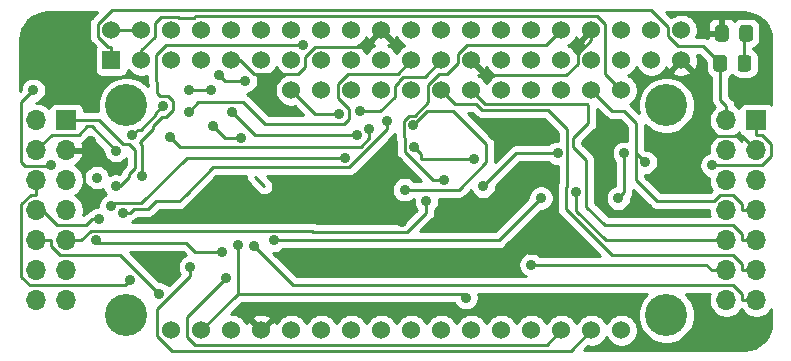
<source format=gtl>
%TF.GenerationSoftware,KiCad,Pcbnew,(5.1.6)-1*%
%TF.CreationDate,2020-07-21T16:07:18+02:00*%
%TF.ProjectId,RPI_LORA,5250495f-4c4f-4524-912e-6b696361645f,rev?*%
%TF.SameCoordinates,Original*%
%TF.FileFunction,Copper,L1,Top*%
%TF.FilePolarity,Positive*%
%FSLAX46Y46*%
G04 Gerber Fmt 4.6, Leading zero omitted, Abs format (unit mm)*
G04 Created by KiCad (PCBNEW (5.1.6)-1) date 2020-07-21 16:07:18*
%MOMM*%
%LPD*%
G01*
G04 APERTURE LIST*
%TA.AperFunction,ComponentPad*%
%ADD10R,1.700000X1.700000*%
%TD*%
%TA.AperFunction,ComponentPad*%
%ADD11O,1.700000X1.700000*%
%TD*%
%TA.AperFunction,WasherPad*%
%ADD12C,3.556000*%
%TD*%
%TA.AperFunction,ComponentPad*%
%ADD13C,1.524000*%
%TD*%
%TA.AperFunction,ComponentPad*%
%ADD14R,1.524000X1.524000*%
%TD*%
%TA.AperFunction,ViaPad*%
%ADD15C,0.889000*%
%TD*%
%TA.AperFunction,Conductor*%
%ADD16C,0.254000*%
%TD*%
G04 APERTURE END LIST*
D10*
%TO.P,J2,1*%
%TO.N,/5v*%
X114102000Y-89339400D03*
D11*
%TO.P,J2,2*%
%TO.N,3.3v*%
X111562000Y-89339400D03*
%TO.P,J2,3*%
%TO.N,GND*%
X114102000Y-91879400D03*
%TO.P,J2,4*%
%TO.N,SPI_MISO*%
X111562000Y-91879400D03*
%TO.P,J2,5*%
%TO.N,SDA*%
X114102000Y-94419400D03*
%TO.P,J2,6*%
%TO.N,SPI_MOSI*%
X111562000Y-94419400D03*
%TO.P,J2,7*%
%TO.N,SCL*%
X114102000Y-96959400D03*
%TO.P,J2,8*%
%TO.N,SPI_SCK*%
X111562000Y-96959400D03*
%TO.P,J2,9*%
%TO.N,Gpio12*%
X114102000Y-99499400D03*
%TO.P,J2,10*%
%TO.N,SPI_CE0*%
X111562000Y-99499400D03*
%TO.P,J2,11*%
%TO.N,Gpio16*%
X114102000Y-102039400D03*
%TO.P,J2,12*%
%TO.N,Gpio4*%
X111562000Y-102039400D03*
%TO.P,J2,13*%
%TO.N,Gpio18*%
X114102000Y-104579400D03*
%TO.P,J2,14*%
%TO.N,Gpio5*%
X111562000Y-104579400D03*
%TD*%
D12*
%TO.P,U1,*%
%TO.N,*%
X164902000Y-105849400D03*
X119182000Y-105849400D03*
X164902000Y-88069400D03*
X119182000Y-88069400D03*
D13*
%TO.P,U1,1*%
%TO.N,SDA*%
X161092000Y-86799400D03*
%TO.P,U1,2*%
%TO.N,SCL*%
X158552000Y-86799400D03*
%TO.P,U1,3*%
%TO.N,/3*%
X156012000Y-86799400D03*
%TO.P,U1,4*%
%TO.N,/4*%
X153472000Y-86799400D03*
%TO.P,U1,5*%
%TO.N,/5*%
X150932000Y-86799400D03*
%TO.P,U1,6*%
%TO.N,/6*%
X148392000Y-86799400D03*
%TO.P,U1,7*%
%TO.N,/7*%
X145852000Y-86799400D03*
%TO.P,U1,8*%
%TO.N,N/C*%
X143312000Y-86799400D03*
%TO.P,U1,9*%
X140772000Y-86799400D03*
%TO.P,U1,10*%
%TO.N,/5v*%
X138232000Y-86799400D03*
%TO.P,U1,11*%
%TO.N,N/C*%
X135692000Y-86799400D03*
%TO.P,U1,12*%
%TO.N,/BAT*%
X133152000Y-86799400D03*
%TO.P,U1,13*%
%TO.N,N/C*%
X161092000Y-107119400D03*
%TO.P,U1,14*%
%TO.N,Net-(R1-Pad2)*%
X158552000Y-107119400D03*
%TO.P,U1,15*%
%TO.N,Net-(R2-Pad2)*%
X156012000Y-107119400D03*
%TO.P,U1,16*%
%TO.N,/MISO*%
X153472000Y-107119400D03*
%TO.P,U1,17*%
%TO.N,/MOSI*%
X150932000Y-107119400D03*
%TO.P,U1,18*%
%TO.N,/SCK*%
X148392000Y-107119400D03*
%TO.P,U1,19*%
%TO.N,N/C*%
X145852000Y-107119400D03*
%TO.P,U1,20*%
X143312000Y-107119400D03*
%TO.P,U1,21*%
X140772000Y-107119400D03*
%TO.P,U1,22*%
X138232000Y-107119400D03*
%TO.P,U1,23*%
X135692000Y-107119400D03*
%TO.P,U1,24*%
X133152000Y-107119400D03*
%TO.P,U1,25*%
%TO.N,GND*%
X130612000Y-107119400D03*
%TO.P,U1,26*%
%TO.N,N/C*%
X128072000Y-107119400D03*
%TO.P,U1,27*%
%TO.N,3.3v*%
X125532000Y-107119400D03*
%TO.P,U1,28*%
%TO.N,N/C*%
X122992000Y-107119400D03*
%TD*%
D10*
%TO.P,J1,1*%
%TO.N,/5v*%
X172522000Y-89339400D03*
D11*
%TO.P,J1,2*%
%TO.N,3.3v*%
X169982000Y-89339400D03*
%TO.P,J1,3*%
%TO.N,GND*%
X172522000Y-91879400D03*
%TO.P,J1,4*%
%TO.N,/MISO*%
X169982000Y-91879400D03*
%TO.P,J1,5*%
%TO.N,SDA*%
X172522000Y-94419400D03*
%TO.P,J1,6*%
%TO.N,/MOSI*%
X169982000Y-94419400D03*
%TO.P,J1,7*%
%TO.N,SCL*%
X172522000Y-96959400D03*
%TO.P,J1,8*%
%TO.N,/SCK*%
X169982000Y-96959400D03*
%TO.P,J1,9*%
%TO.N,/6*%
X172522000Y-99499400D03*
%TO.P,J1,10*%
%TO.N,/3*%
X169982000Y-99499400D03*
%TO.P,J1,11*%
%TO.N,/7*%
X172522000Y-102039400D03*
%TO.P,J1,12*%
%TO.N,/4*%
X169982000Y-102039400D03*
%TO.P,J1,13*%
%TO.N,/BAT*%
X172522000Y-104579400D03*
%TO.P,J1,14*%
%TO.N,/5*%
X169982000Y-104579400D03*
%TD*%
D14*
%TO.P,PI1,1*%
%TO.N,3.3v*%
X117912000Y-84259400D03*
D13*
%TO.P,PI1,2*%
%TO.N,/5v*%
X117912000Y-81719400D03*
%TO.P,PI1,3*%
%TO.N,SDA*%
X120452000Y-84259400D03*
%TO.P,PI1,4*%
%TO.N,/5v*%
X120452000Y-81719400D03*
%TO.P,PI1,5*%
%TO.N,SCL*%
X122992000Y-84259400D03*
%TO.P,PI1,6*%
%TO.N,GND*%
X122992000Y-81719400D03*
%TO.P,PI1,7*%
%TO.N,Gpio4*%
X125532000Y-84259400D03*
%TO.P,PI1,8*%
%TO.N,/RX*%
X125532000Y-81719400D03*
%TO.P,PI1,9*%
%TO.N,GND*%
X128072000Y-84259400D03*
%TO.P,PI1,10*%
%TO.N,/TX*%
X128072000Y-81719400D03*
%TO.P,PI1,11*%
%TO.N,N/C*%
X130612000Y-84259400D03*
%TO.P,PI1,12*%
%TO.N,Gpio18*%
X130612000Y-81719400D03*
%TO.P,PI1,13*%
%TO.N,N/C*%
X133152000Y-84259400D03*
%TO.P,PI1,14*%
%TO.N,GND*%
X133152000Y-81719400D03*
%TO.P,PI1,15*%
%TO.N,N/C*%
X135692000Y-84259400D03*
%TO.P,PI1,16*%
X135692000Y-81719400D03*
%TO.P,PI1,17*%
%TO.N,3.3v*%
X138232000Y-84259400D03*
%TO.P,PI1,18*%
%TO.N,N/C*%
X138232000Y-81719400D03*
%TO.P,PI1,19*%
%TO.N,SPI_MOSI*%
X140772000Y-84259400D03*
%TO.P,PI1,20*%
%TO.N,GND*%
X140772000Y-81719400D03*
%TO.P,PI1,21*%
%TO.N,SPI_MISO*%
X143312000Y-84259400D03*
%TO.P,PI1,22*%
%TO.N,N/C*%
X143312000Y-81719400D03*
%TO.P,PI1,23*%
%TO.N,SPI_SCK*%
X145852000Y-84259400D03*
%TO.P,PI1,24*%
%TO.N,SPI_CE0*%
X145852000Y-81719400D03*
%TO.P,PI1,25*%
%TO.N,GND*%
X148392000Y-84259400D03*
%TO.P,PI1,26*%
%TO.N,N/C*%
X148392000Y-81719400D03*
%TO.P,PI1,27*%
X150932000Y-84259400D03*
%TO.P,PI1,28*%
X150932000Y-81719400D03*
%TO.P,PI1,29*%
%TO.N,Gpio5*%
X153472000Y-84259400D03*
%TO.P,PI1,30*%
%TO.N,GND*%
X153472000Y-81719400D03*
%TO.P,PI1,31*%
%TO.N,N/C*%
X156012000Y-84259400D03*
%TO.P,PI1,32*%
%TO.N,Gpio12*%
X156012000Y-81719400D03*
%TO.P,PI1,33*%
%TO.N,N/C*%
X158552000Y-84259400D03*
%TO.P,PI1,34*%
%TO.N,GND*%
X158552000Y-81719400D03*
%TO.P,PI1,35*%
%TO.N,N/C*%
X161092000Y-84259400D03*
%TO.P,PI1,36*%
%TO.N,Gpio16*%
X161092000Y-81719400D03*
%TO.P,PI1,37*%
%TO.N,N/C*%
X163632000Y-84259400D03*
%TO.P,PI1,38*%
X163632000Y-81719400D03*
%TO.P,PI1,39*%
%TO.N,GND*%
X166172000Y-84259400D03*
%TO.P,PI1,40*%
%TO.N,N/C*%
X166172000Y-81719400D03*
%TD*%
%TO.P,D1,1*%
%TO.N,GND*%
%TA.AperFunction,SMDPad,CuDef*%
G36*
G01*
X169032000Y-82427401D02*
X169032000Y-81527399D01*
G75*
G02*
X169281999Y-81277400I249999J0D01*
G01*
X169932001Y-81277400D01*
G75*
G02*
X170182000Y-81527399I0J-249999D01*
G01*
X170182000Y-82427401D01*
G75*
G02*
X169932001Y-82677400I-249999J0D01*
G01*
X169281999Y-82677400D01*
G75*
G02*
X169032000Y-82427401I0J249999D01*
G01*
G37*
%TD.AperFunction*%
%TO.P,D1,2*%
%TO.N,Net-(D1-Pad2)*%
%TA.AperFunction,SMDPad,CuDef*%
G36*
G01*
X171082000Y-82427401D02*
X171082000Y-81527399D01*
G75*
G02*
X171331999Y-81277400I249999J0D01*
G01*
X171982001Y-81277400D01*
G75*
G02*
X172232000Y-81527399I0J-249999D01*
G01*
X172232000Y-82427401D01*
G75*
G02*
X171982001Y-82677400I-249999J0D01*
G01*
X171331999Y-82677400D01*
G75*
G02*
X171082000Y-82427401I0J249999D01*
G01*
G37*
%TD.AperFunction*%
%TD*%
%TO.P,R3,1*%
%TO.N,3.3v*%
%TA.AperFunction,SMDPad,CuDef*%
G36*
G01*
X168890000Y-84963401D02*
X168890000Y-84063399D01*
G75*
G02*
X169139999Y-83813400I249999J0D01*
G01*
X169790001Y-83813400D01*
G75*
G02*
X170040000Y-84063399I0J-249999D01*
G01*
X170040000Y-84963401D01*
G75*
G02*
X169790001Y-85213400I-249999J0D01*
G01*
X169139999Y-85213400D01*
G75*
G02*
X168890000Y-84963401I0J249999D01*
G01*
G37*
%TD.AperFunction*%
%TO.P,R3,2*%
%TO.N,Net-(D1-Pad2)*%
%TA.AperFunction,SMDPad,CuDef*%
G36*
G01*
X170940000Y-84963401D02*
X170940000Y-84063399D01*
G75*
G02*
X171189999Y-83813400I249999J0D01*
G01*
X171840001Y-83813400D01*
G75*
G02*
X172090000Y-84063399I0J-249999D01*
G01*
X172090000Y-84963401D01*
G75*
G02*
X171840001Y-85213400I-249999J0D01*
G01*
X171189999Y-85213400D01*
G75*
G02*
X170940000Y-84963401I0J249999D01*
G01*
G37*
%TD.AperFunction*%
%TD*%
D15*
%TO.N,GND*%
X172521880Y-86545420D03*
X161853880Y-104579420D03*
X164647880Y-94673420D03*
X155249880Y-98991420D03*
X158627647Y-100591187D03*
X154741880Y-104579420D03*
X139501880Y-105341420D03*
X141025880Y-101277420D03*
X142549880Y-97975420D03*
X116158800Y-91117420D03*
X116387880Y-87053420D03*
X112069880Y-81719420D03*
X149821497Y-85689037D03*
X149407880Y-89593420D03*
X145851880Y-96959420D03*
X133151880Y-95943420D03*
X154741880Y-90609420D03*
X154487880Y-93657420D03*
X158551880Y-91117420D03*
X161345880Y-90609420D03*
X164647880Y-91879420D03*
X128579880Y-96959420D03*
X131119880Y-87561420D03*
X125277880Y-97721420D03*
X121721880Y-97721420D03*
X121213880Y-101277420D03*
%TO.N,3.3v*%
X147930400Y-104361000D03*
X128665900Y-99916200D03*
%TO.N,SCL*%
X116676700Y-94184400D03*
X122916163Y-90787703D03*
X139755880Y-90101420D03*
X143565880Y-91625420D03*
X148645880Y-92641420D03*
X149407880Y-94927420D03*
X155694380Y-92133420D03*
X163123880Y-92895420D03*
%TO.N,/5v*%
X137678200Y-92509700D03*
X118274700Y-94922200D03*
X131684900Y-99505200D03*
X154295000Y-95916100D03*
X168759700Y-93149400D03*
X117871962Y-96611400D03*
%TO.N,/RX*%
X124515880Y-86799420D03*
X126357380Y-86799420D03*
X126547880Y-89847420D03*
X128875099Y-90799920D03*
%TO.N,/TX*%
X129252200Y-86030600D03*
X128163700Y-88670700D03*
X138679800Y-90550000D03*
X127055880Y-85529420D03*
%TO.N,Net-(R1-Pad2)*%
X124613500Y-101760500D03*
%TO.N,Net-(R2-Pad2)*%
X127627600Y-102676600D03*
%TO.N,/3*%
X161345880Y-92133420D03*
X160837880Y-95943420D03*
X157281880Y-95435420D03*
%TO.N,/4*%
X153457100Y-101561500D03*
%TO.N,/BAT*%
X129949600Y-99972700D03*
X137187000Y-88807300D03*
%TO.N,SPI_MISO*%
X124477995Y-88610330D03*
X118294868Y-91905842D03*
X119696926Y-90588281D03*
X122273583Y-88113123D03*
%TO.N,SPI_MOSI*%
X119459200Y-102871400D03*
%TO.N,SPI_SCK*%
X138976701Y-88544612D03*
X127309880Y-100515420D03*
X116641880Y-99504900D03*
X116895880Y-97721420D03*
%TO.N,Gpio12*%
X146105880Y-94394700D03*
X144581880Y-96197420D03*
%TO.N,SPI_CE0*%
X134111900Y-82940900D03*
X120494700Y-94060000D03*
X118864700Y-97177900D03*
X141237200Y-89438800D03*
X142736700Y-95220200D03*
X121969500Y-104036600D03*
X143480247Y-89761787D03*
%TO.N,Gpio18*%
X111307880Y-86799420D03*
X112831880Y-93149420D03*
%TD*%
D16*
%TO.N,*%
X130103880Y-94165420D02*
X130865880Y-94927420D01*
%TO.N,GND*%
X171290999Y-90648399D02*
X168164901Y-90648399D01*
X172522000Y-91879400D02*
X171290999Y-90648399D01*
X167949880Y-90433378D02*
X167949880Y-88831420D01*
X168037901Y-90521399D02*
X166513901Y-90521399D01*
X168037901Y-90521399D02*
X167949880Y-90433378D01*
X168164901Y-90648399D02*
X168037901Y-90521399D01*
X166513901Y-90521399D02*
X164647880Y-92387420D01*
X164647880Y-92387420D02*
X164647880Y-94673420D01*
X153205671Y-100591187D02*
X158627647Y-100591187D01*
X153205671Y-99765629D02*
X153205671Y-100591187D01*
X155249880Y-98991420D02*
X153979880Y-98991420D01*
X153979880Y-98991420D02*
X153205671Y-99765629D01*
X151693880Y-101277420D02*
X141025880Y-101277420D01*
X153205671Y-99765629D02*
X151693880Y-101277420D01*
X114102000Y-91879400D02*
X115396820Y-91879400D01*
X115396820Y-91879400D02*
X116158800Y-91117420D01*
X116387880Y-87053420D02*
X115117880Y-85783420D01*
X115117880Y-85783420D02*
X113339880Y-85783420D01*
X113339880Y-85783420D02*
X112069880Y-84513420D01*
X112069880Y-84513420D02*
X112069880Y-81719420D01*
X128833860Y-84259400D02*
X128072000Y-84259400D01*
X129976861Y-85402401D02*
X128833860Y-84259400D01*
X134295001Y-84808041D02*
X133700641Y-85402401D01*
X134295001Y-83964757D02*
X134295001Y-84808041D01*
X139375001Y-83116399D02*
X135143359Y-83116399D01*
X135143359Y-83116399D02*
X134295001Y-83964757D01*
X140772000Y-81719400D02*
X139375001Y-83116399D01*
X148392000Y-84259400D02*
X148392000Y-84259540D01*
X148392000Y-84259540D02*
X149821497Y-85689037D01*
X149821497Y-85689037D02*
X149981114Y-85529420D01*
X157408999Y-84554043D02*
X157408999Y-83710759D01*
X149981114Y-85529420D02*
X156433622Y-85529420D01*
X156433622Y-85529420D02*
X157408999Y-84554043D01*
X158552000Y-82567758D02*
X158552000Y-81719400D01*
X157408999Y-83710759D02*
X158552000Y-82567758D01*
X142549880Y-97975420D02*
X135183880Y-97975420D01*
X135183880Y-97975420D02*
X133151880Y-95943420D01*
X158551880Y-91117420D02*
X160075880Y-91117420D01*
X160075880Y-91117420D02*
X160583880Y-90609420D01*
X160583880Y-90609420D02*
X161345880Y-90609420D01*
X131119880Y-85783420D02*
X131500899Y-85402401D01*
X131119880Y-87561420D02*
X131119880Y-85783420D01*
X133700641Y-85402401D02*
X131500899Y-85402401D01*
X131500899Y-85402401D02*
X129976861Y-85402401D01*
X125277880Y-97467420D02*
X121975880Y-97467420D01*
X121975880Y-97467420D02*
X121721880Y-97721420D01*
%TO.N,3.3v*%
X117912000Y-84259400D02*
X117912000Y-83116100D01*
X117912000Y-83116100D02*
X117626200Y-83116100D01*
X117626200Y-83116100D02*
X116760900Y-82250800D01*
X116760900Y-82250800D02*
X116760900Y-81209000D01*
X116760900Y-81209000D02*
X117936700Y-80033200D01*
X117936700Y-80033200D02*
X163604800Y-80033200D01*
X163604800Y-80033200D02*
X165028600Y-81457000D01*
X165028600Y-81457000D02*
X165028600Y-82192800D01*
X165028600Y-82192800D02*
X165895600Y-83059800D01*
X165895600Y-83059800D02*
X168011400Y-83059800D01*
X168011400Y-83059800D02*
X169465000Y-84513400D01*
X128665900Y-104007600D02*
X128643800Y-104007600D01*
X128643800Y-104007600D02*
X125532000Y-107119400D01*
X147930400Y-104361000D02*
X147577000Y-104007600D01*
X147577000Y-104007600D02*
X128665900Y-104007600D01*
X128665900Y-104007600D02*
X128665900Y-99916200D01*
X169982000Y-89339400D02*
X169982000Y-88108100D01*
X169465000Y-84513400D02*
X169465000Y-87591100D01*
X169465000Y-87591100D02*
X169982000Y-88108100D01*
%TO.N,SCL*%
X169429100Y-95689400D02*
X170530900Y-95689400D01*
X170530900Y-95689400D02*
X171290700Y-96449200D01*
X171290700Y-96449200D02*
X171290700Y-96959400D01*
X172522000Y-96959400D02*
X171290700Y-96959400D01*
X162362100Y-94419640D02*
X164139880Y-96197420D01*
X164139880Y-96197420D02*
X168922098Y-96197420D01*
X169429100Y-95690418D02*
X169429100Y-95689400D01*
X168922098Y-96197420D02*
X169429100Y-95690418D01*
X122916163Y-90787703D02*
X123753880Y-91625420D01*
X139755880Y-90881486D02*
X139755880Y-90101420D01*
X123753880Y-91625420D02*
X139011946Y-91625420D01*
X139011946Y-91625420D02*
X139755880Y-90881486D01*
X144093738Y-92641420D02*
X148645880Y-92641420D01*
X144093738Y-92153278D02*
X143565880Y-91625420D01*
X144093738Y-92641420D02*
X144093738Y-92153278D01*
X149407880Y-94927420D02*
X152201880Y-92133420D01*
X152201880Y-92133420D02*
X155694380Y-92133420D01*
X162362100Y-92133640D02*
X162362100Y-91117200D01*
X163123880Y-92895420D02*
X162362100Y-92133640D01*
X162362100Y-91117200D02*
X162362100Y-94419640D01*
X160296700Y-88544100D02*
X161312560Y-88544100D01*
X162362100Y-89593640D02*
X162362100Y-91117200D01*
X161312560Y-88544100D02*
X162362100Y-89593640D01*
X158552000Y-86799400D02*
X160296700Y-88544100D01*
%TO.N,SDA*%
X125034900Y-80541600D02*
X159045100Y-80541600D01*
X159045100Y-80541600D02*
X159695400Y-81191900D01*
X159695400Y-81191900D02*
X159695400Y-85402800D01*
X159695400Y-85402800D02*
X161092000Y-86799400D01*
X123540641Y-80576399D02*
X122102901Y-80576399D01*
X123667662Y-80703420D02*
X123540641Y-80576399D01*
X125034900Y-80541600D02*
X125034900Y-80576399D01*
X124907879Y-80703420D02*
X123667662Y-80703420D01*
X125034900Y-80576399D02*
X124907879Y-80703420D01*
X121595001Y-81084299D02*
X121595001Y-82268041D01*
X122102901Y-80576399D02*
X121595001Y-81084299D01*
X120452000Y-83411042D02*
X120452000Y-84259400D01*
X121595001Y-82268041D02*
X120452000Y-83411042D01*
%TO.N,/5v*%
X118474200Y-96352100D02*
X120440200Y-96352100D01*
X120440200Y-96352100D02*
X124282600Y-92509700D01*
X124282600Y-92509700D02*
X137678200Y-92509700D01*
X154295000Y-95916100D02*
X150705900Y-99505200D01*
X150705900Y-99505200D02*
X131684900Y-99505200D01*
X172522000Y-89339400D02*
X172522000Y-90570700D01*
X172522000Y-90570700D02*
X172983700Y-90570700D01*
X172983700Y-90570700D02*
X173753400Y-91340400D01*
X173753400Y-91340400D02*
X173753400Y-92404300D01*
X173753400Y-92404300D02*
X173008400Y-93149300D01*
X173008400Y-93149300D02*
X168759700Y-93149300D01*
X168759700Y-93149300D02*
X168759700Y-93149400D01*
X120452000Y-81719400D02*
X117912000Y-81719400D01*
X118679100Y-94922200D02*
X118274700Y-94922200D01*
X119435880Y-93911420D02*
X119435880Y-94165420D01*
X119943880Y-93403420D02*
X119435880Y-93911420D01*
X118927880Y-91371420D02*
X119435880Y-91371420D01*
X119943880Y-91879420D02*
X119943880Y-93403420D01*
X119435880Y-94165420D02*
X118679100Y-94922200D01*
X116895860Y-89339400D02*
X118927880Y-91371420D01*
X114102000Y-89339400D02*
X116895860Y-89339400D01*
X119435880Y-91371420D02*
X119943880Y-91879420D01*
X118474200Y-96352100D02*
X118131262Y-96352100D01*
X118131262Y-96352100D02*
X117871962Y-96611400D01*
%TO.N,/RX*%
X124515880Y-86799420D02*
X126357380Y-86799420D01*
X126547880Y-89847420D02*
X127500380Y-90799920D01*
X127500380Y-90799920D02*
X128875099Y-90799920D01*
%TO.N,/TX*%
X128163700Y-88670700D02*
X130043000Y-90550000D01*
X130043000Y-90550000D02*
X138679800Y-90550000D01*
X129252200Y-86030600D02*
X127557060Y-86030600D01*
X127557060Y-86030600D02*
X127055880Y-85529420D01*
%TO.N,Net-(R1-Pad2)*%
X158552000Y-107119400D02*
X156805900Y-108865500D01*
X156805900Y-108865500D02*
X123062000Y-108865500D01*
X123062000Y-108865500D02*
X121814200Y-107617700D01*
X121814200Y-107617700D02*
X121814200Y-105359800D01*
X121814200Y-105359800D02*
X124613500Y-102560500D01*
X124613500Y-102560500D02*
X124613500Y-101760500D01*
%TO.N,Net-(R2-Pad2)*%
X127627600Y-102676600D02*
X124348700Y-105955500D01*
X124348700Y-105955500D02*
X124348700Y-107655600D01*
X124348700Y-107655600D02*
X125029300Y-108336200D01*
X125029300Y-108336200D02*
X154795200Y-108336200D01*
X154795200Y-108336200D02*
X156012000Y-107119400D01*
%TO.N,Net-(D1-Pad2)*%
X171657000Y-81977400D02*
X171515000Y-82119400D01*
X171515000Y-82119400D02*
X171515000Y-84513400D01*
%TO.N,/6*%
X149535001Y-87942401D02*
X148392000Y-86799400D01*
X170530900Y-98229400D02*
X159694862Y-98229400D01*
X159694862Y-98229400D02*
X158107381Y-96641919D01*
X158170861Y-87942401D02*
X149535001Y-87942401D01*
X171290700Y-98989200D02*
X170530900Y-98229400D01*
X158297880Y-89593420D02*
X158297880Y-88069420D01*
X171290700Y-99499400D02*
X171290700Y-98989200D01*
X158297880Y-88069420D02*
X158170861Y-87942401D01*
X158107381Y-96641919D02*
X158107381Y-92704921D01*
X158107381Y-92704921D02*
X157027880Y-91625420D01*
X172522000Y-99499400D02*
X171290700Y-99499400D01*
X157027880Y-91625420D02*
X157027880Y-90863420D01*
X157027880Y-90863420D02*
X158297880Y-89593420D01*
%TO.N,/3*%
X169982000Y-99499400D02*
X159765000Y-99499400D01*
X161345880Y-92133420D02*
X161345880Y-95435420D01*
X161345880Y-95435420D02*
X160837880Y-95943420D01*
X159765000Y-99499400D02*
X157253450Y-96987850D01*
X157281880Y-96959420D02*
X157253450Y-96987850D01*
X157281880Y-95435420D02*
X157281880Y-96959420D01*
%TO.N,/7*%
X171290700Y-102039400D02*
X171290700Y-101529200D01*
X171290700Y-101529200D02*
X170530900Y-100769400D01*
X170530900Y-100769400D02*
X160316200Y-100769400D01*
X172522000Y-102039400D02*
X171290700Y-102039400D01*
X156386050Y-96839250D02*
X156386050Y-95061250D01*
X160316200Y-100769400D02*
X156386050Y-96839250D01*
X156386050Y-95061250D02*
X156519880Y-94927420D01*
X156519880Y-90101420D02*
X154868871Y-88450411D01*
X156519880Y-94927420D02*
X156519880Y-90101420D01*
X146995001Y-87942401D02*
X145852000Y-86799400D01*
X148772861Y-87942401D02*
X146995001Y-87942401D01*
X149280871Y-88450411D02*
X148772861Y-87942401D01*
X154868871Y-88450411D02*
X149280871Y-88450411D01*
%TO.N,/4*%
X168750700Y-102039400D02*
X168272800Y-101561500D01*
X168272800Y-101561500D02*
X153457100Y-101561500D01*
X169982000Y-102039400D02*
X168750700Y-102039400D01*
%TO.N,/BAT*%
X133152000Y-86799400D02*
X135159900Y-88807300D01*
X135159900Y-88807300D02*
X137187000Y-88807300D01*
X171290700Y-104579400D02*
X171290700Y-104069200D01*
X171290700Y-104069200D02*
X170530900Y-103309400D01*
X170530900Y-103309400D02*
X133286300Y-103309400D01*
X133286300Y-103309400D02*
X129949600Y-99972700D01*
X172522000Y-104579400D02*
X171290700Y-104579400D01*
%TO.N,SPI_MISO*%
X111562000Y-91879400D02*
X112870999Y-90570401D01*
X125272905Y-87815420D02*
X129087880Y-87815420D01*
X129087880Y-87815420D02*
X130905261Y-89632801D01*
X124477995Y-88610330D02*
X125272905Y-87815420D01*
X143312000Y-84259400D02*
X142168999Y-85402401D01*
X137583241Y-89632801D02*
X137430499Y-89632801D01*
X138012501Y-89203541D02*
X137583241Y-89632801D01*
X138012501Y-88411059D02*
X138012501Y-89203541D01*
X137088999Y-87487557D02*
X138012501Y-88411059D01*
X137088999Y-86250759D02*
X137088999Y-87487557D01*
X142168999Y-85402401D02*
X137937357Y-85402401D01*
X137937357Y-85402401D02*
X137088999Y-86250759D01*
X130905261Y-89632801D02*
X137430499Y-89632801D01*
X112870999Y-90570401D02*
X115156899Y-90570401D01*
X115156899Y-90570401D02*
X115879880Y-89847420D01*
X115879880Y-89847420D02*
X116236446Y-89847420D01*
X116236446Y-89847420D02*
X118294868Y-91905842D01*
X120141425Y-90143782D02*
X120409518Y-90143782D01*
X119696926Y-90588281D02*
X120141425Y-90143782D01*
X121721880Y-88831420D02*
X121721880Y-88664826D01*
X121721880Y-88664826D02*
X122273583Y-88113123D01*
X120409518Y-90143782D02*
X121721880Y-88831420D01*
%TO.N,SPI_MOSI*%
X111562000Y-94419400D02*
X111562000Y-95650700D01*
X111562000Y-95650700D02*
X111100300Y-95650700D01*
X111100300Y-95650700D02*
X110305500Y-96445500D01*
X110305500Y-96445500D02*
X110305500Y-102566700D01*
X110305500Y-102566700D02*
X111009500Y-103270700D01*
X111009500Y-103270700D02*
X119059900Y-103270700D01*
X119059900Y-103270700D02*
X119459200Y-102871400D01*
%TO.N,SPI_SCK*%
X142633435Y-85656399D02*
X142252414Y-86037420D01*
X145852000Y-84259400D02*
X144455001Y-85656399D01*
X144455001Y-85656399D02*
X142633435Y-85656399D01*
X141915001Y-87348041D02*
X140685622Y-88577420D01*
X141915001Y-86418299D02*
X141915001Y-87348041D01*
X142252414Y-86037420D02*
X142252414Y-86080886D01*
X142252414Y-86080886D02*
X141915001Y-86418299D01*
X140685622Y-88577420D02*
X140263880Y-88577420D01*
X140263880Y-88577420D02*
X139009509Y-88577420D01*
X139009509Y-88577420D02*
X138976701Y-88544612D01*
X127309880Y-100515420D02*
X125023880Y-100515420D01*
X125023880Y-100515420D02*
X124261880Y-99753420D01*
X124261880Y-99753420D02*
X116890400Y-99753420D01*
X116890400Y-99753420D02*
X116641880Y-99504900D01*
X115798282Y-98190401D02*
X113300861Y-98190401D01*
X116895880Y-97721420D02*
X116267263Y-97721420D01*
X116267263Y-97721420D02*
X115798282Y-98190401D01*
X112069860Y-96959400D02*
X111562000Y-96959400D01*
X113300861Y-98190401D02*
X112069860Y-96959400D01*
%TO.N,Gpio12*%
X144708600Y-87366000D02*
X144708600Y-86326000D01*
X144708600Y-86326000D02*
X145631800Y-85402800D01*
X145631800Y-85402800D02*
X146325400Y-85402800D01*
X146325400Y-85402800D02*
X147248600Y-84479600D01*
X147248600Y-84479600D02*
X147248600Y-83734400D01*
X147248600Y-83734400D02*
X147993600Y-82989400D01*
X147993600Y-82989400D02*
X154742000Y-82989400D01*
X154742000Y-82989400D02*
X156012000Y-81719400D01*
X143084006Y-88936286D02*
X142654746Y-89365546D01*
X143587314Y-88936286D02*
X143084006Y-88936286D01*
X144708600Y-87366000D02*
X144708600Y-87815000D01*
X144708600Y-87815000D02*
X143587314Y-88936286D01*
X142654746Y-89365546D02*
X142654746Y-90714286D01*
X142654746Y-90714286D02*
X142740379Y-90799919D01*
X145128584Y-94394700D02*
X146105880Y-94394700D01*
X142740379Y-90799919D02*
X142740379Y-92006495D01*
X142740379Y-92006495D02*
X145128584Y-94394700D01*
X115333300Y-99499400D02*
X114102000Y-99499400D01*
X116153300Y-98679400D02*
X115333300Y-99499400D01*
X144581880Y-97165162D02*
X142946121Y-98800921D01*
X144581880Y-96197420D02*
X144581880Y-97165162D01*
X142946121Y-98800921D02*
X134993381Y-98800921D01*
X134993381Y-98800921D02*
X134871860Y-98679400D01*
X134871860Y-98679400D02*
X116153300Y-98679400D01*
%TO.N,SPI_CE0*%
X121969500Y-104036600D02*
X118663600Y-100730700D01*
X118663600Y-100730700D02*
X113562800Y-100730700D01*
X113562800Y-100730700D02*
X112793300Y-99961200D01*
X112793300Y-99961200D02*
X112793300Y-99499400D01*
X126488600Y-93335500D02*
X138020300Y-93335500D01*
X138020300Y-93335500D02*
X141237200Y-90118600D01*
X141237200Y-90118600D02*
X141237200Y-89438800D01*
X111562000Y-99499400D02*
X112793300Y-99499400D01*
X142736700Y-95220200D02*
X147337100Y-95220200D01*
X147337100Y-95220200D02*
X149661880Y-92895420D01*
X149661880Y-92895420D02*
X149661880Y-91371420D01*
X149661880Y-91371420D02*
X146867880Y-88577420D01*
X146867880Y-88577420D02*
X144664614Y-88577420D01*
X144664614Y-88577420D02*
X143480247Y-89761787D01*
X120494700Y-91414240D02*
X120494700Y-94060000D01*
X120329997Y-91249537D02*
X120494700Y-91414240D01*
X120329997Y-91176952D02*
X120329997Y-91249537D01*
X121467880Y-89803854D02*
X121467880Y-90039069D01*
X122566594Y-89041854D02*
X122229880Y-89041854D01*
X123099084Y-88509364D02*
X122566594Y-89041854D01*
X121467880Y-90039069D02*
X120329997Y-91176952D01*
X121721880Y-83837878D02*
X121721880Y-86037420D01*
X121761476Y-87053420D02*
X121995678Y-87287622D01*
X122570338Y-82989420D02*
X121721880Y-83837878D01*
X125023880Y-82989420D02*
X122570338Y-82989420D01*
X134111900Y-82940900D02*
X125072400Y-82940900D01*
X121721880Y-86037420D02*
X121761476Y-86077016D01*
X121761476Y-86077016D02*
X121761476Y-87053420D01*
X125072400Y-82940900D02*
X125023880Y-82989420D01*
X121995678Y-87287622D02*
X122669824Y-87287622D01*
X122229880Y-89041854D02*
X121467880Y-89803854D01*
X122669824Y-87287622D02*
X123099084Y-87716882D01*
X123099084Y-87716882D02*
X123099084Y-88509364D01*
X119493317Y-97177900D02*
X119811107Y-96860110D01*
X118864700Y-97177900D02*
X119493317Y-97177900D01*
X119811107Y-96860110D02*
X121059190Y-96860110D01*
X121059190Y-96860110D02*
X121721880Y-96197420D01*
X121721880Y-96197420D02*
X123626680Y-96197420D01*
X123626680Y-96197420D02*
X124198280Y-95625820D01*
X124198280Y-95625820D02*
X126488600Y-93335500D01*
%TO.N,Gpio18*%
X111307880Y-86799420D02*
X110291880Y-87815420D01*
X110291880Y-87815420D02*
X110291880Y-92895420D01*
X112792901Y-93188399D02*
X112831880Y-93149420D01*
X110291880Y-92895420D02*
X110584859Y-93188399D01*
X110584859Y-93188399D02*
X112792901Y-93188399D01*
%TD*%
%TO.N,GND*%
G36*
X163027701Y-104311202D02*
G01*
X162763628Y-104706416D01*
X162581731Y-105145554D01*
X162489000Y-105611740D01*
X162489000Y-106087060D01*
X162581731Y-106553246D01*
X162763628Y-106992384D01*
X163027701Y-107387598D01*
X163363802Y-107723699D01*
X163759016Y-107987772D01*
X164198154Y-108169669D01*
X164664340Y-108262400D01*
X165139660Y-108262400D01*
X165605846Y-108169669D01*
X166044984Y-107987772D01*
X166440198Y-107723699D01*
X166776299Y-107387598D01*
X167040372Y-106992384D01*
X167222269Y-106553246D01*
X167315000Y-106087060D01*
X167315000Y-105611740D01*
X167222269Y-105145554D01*
X167040372Y-104706416D01*
X166776299Y-104311202D01*
X166536497Y-104071400D01*
X168585068Y-104071400D01*
X168554068Y-104146242D01*
X168497000Y-104433140D01*
X168497000Y-104725660D01*
X168554068Y-105012558D01*
X168666010Y-105282811D01*
X168828525Y-105526032D01*
X169035368Y-105732875D01*
X169278589Y-105895390D01*
X169548842Y-106007332D01*
X169835740Y-106064400D01*
X170128260Y-106064400D01*
X170415158Y-106007332D01*
X170685411Y-105895390D01*
X170928632Y-105732875D01*
X171135475Y-105526032D01*
X171252000Y-105351640D01*
X171368525Y-105526032D01*
X171575368Y-105732875D01*
X171818589Y-105895390D01*
X172088842Y-106007332D01*
X172375740Y-106064400D01*
X172668260Y-106064400D01*
X172955158Y-106007332D01*
X173225411Y-105895390D01*
X173468632Y-105732875D01*
X173675475Y-105526032D01*
X173790001Y-105354632D01*
X173790001Y-106015114D01*
X173790000Y-106015124D01*
X173790000Y-106465279D01*
X173743048Y-106944133D01*
X173614063Y-107371353D01*
X173404554Y-107765384D01*
X173122501Y-108111214D01*
X172778651Y-108395672D01*
X172386093Y-108607927D01*
X171959788Y-108739891D01*
X171483036Y-108790000D01*
X157959030Y-108790000D01*
X158262789Y-108486241D01*
X158414408Y-108516400D01*
X158689592Y-108516400D01*
X158959490Y-108462714D01*
X159213727Y-108357405D01*
X159442535Y-108204520D01*
X159637120Y-108009935D01*
X159790005Y-107781127D01*
X159822000Y-107703885D01*
X159853995Y-107781127D01*
X160006880Y-108009935D01*
X160201465Y-108204520D01*
X160430273Y-108357405D01*
X160684510Y-108462714D01*
X160954408Y-108516400D01*
X161229592Y-108516400D01*
X161499490Y-108462714D01*
X161753727Y-108357405D01*
X161982535Y-108204520D01*
X162177120Y-108009935D01*
X162330005Y-107781127D01*
X162435314Y-107526890D01*
X162489000Y-107256992D01*
X162489000Y-106981808D01*
X162435314Y-106711910D01*
X162330005Y-106457673D01*
X162177120Y-106228865D01*
X161982535Y-106034280D01*
X161753727Y-105881395D01*
X161499490Y-105776086D01*
X161229592Y-105722400D01*
X160954408Y-105722400D01*
X160684510Y-105776086D01*
X160430273Y-105881395D01*
X160201465Y-106034280D01*
X160006880Y-106228865D01*
X159853995Y-106457673D01*
X159822000Y-106534915D01*
X159790005Y-106457673D01*
X159637120Y-106228865D01*
X159442535Y-106034280D01*
X159213727Y-105881395D01*
X158959490Y-105776086D01*
X158689592Y-105722400D01*
X158414408Y-105722400D01*
X158144510Y-105776086D01*
X157890273Y-105881395D01*
X157661465Y-106034280D01*
X157466880Y-106228865D01*
X157313995Y-106457673D01*
X157282000Y-106534915D01*
X157250005Y-106457673D01*
X157097120Y-106228865D01*
X156902535Y-106034280D01*
X156673727Y-105881395D01*
X156419490Y-105776086D01*
X156149592Y-105722400D01*
X155874408Y-105722400D01*
X155604510Y-105776086D01*
X155350273Y-105881395D01*
X155121465Y-106034280D01*
X154926880Y-106228865D01*
X154773995Y-106457673D01*
X154742000Y-106534915D01*
X154710005Y-106457673D01*
X154557120Y-106228865D01*
X154362535Y-106034280D01*
X154133727Y-105881395D01*
X153879490Y-105776086D01*
X153609592Y-105722400D01*
X153334408Y-105722400D01*
X153064510Y-105776086D01*
X152810273Y-105881395D01*
X152581465Y-106034280D01*
X152386880Y-106228865D01*
X152233995Y-106457673D01*
X152202000Y-106534915D01*
X152170005Y-106457673D01*
X152017120Y-106228865D01*
X151822535Y-106034280D01*
X151593727Y-105881395D01*
X151339490Y-105776086D01*
X151069592Y-105722400D01*
X150794408Y-105722400D01*
X150524510Y-105776086D01*
X150270273Y-105881395D01*
X150041465Y-106034280D01*
X149846880Y-106228865D01*
X149693995Y-106457673D01*
X149662000Y-106534915D01*
X149630005Y-106457673D01*
X149477120Y-106228865D01*
X149282535Y-106034280D01*
X149053727Y-105881395D01*
X148799490Y-105776086D01*
X148529592Y-105722400D01*
X148254408Y-105722400D01*
X147984510Y-105776086D01*
X147730273Y-105881395D01*
X147501465Y-106034280D01*
X147306880Y-106228865D01*
X147153995Y-106457673D01*
X147122000Y-106534915D01*
X147090005Y-106457673D01*
X146937120Y-106228865D01*
X146742535Y-106034280D01*
X146513727Y-105881395D01*
X146259490Y-105776086D01*
X145989592Y-105722400D01*
X145714408Y-105722400D01*
X145444510Y-105776086D01*
X145190273Y-105881395D01*
X144961465Y-106034280D01*
X144766880Y-106228865D01*
X144613995Y-106457673D01*
X144582000Y-106534915D01*
X144550005Y-106457673D01*
X144397120Y-106228865D01*
X144202535Y-106034280D01*
X143973727Y-105881395D01*
X143719490Y-105776086D01*
X143449592Y-105722400D01*
X143174408Y-105722400D01*
X142904510Y-105776086D01*
X142650273Y-105881395D01*
X142421465Y-106034280D01*
X142226880Y-106228865D01*
X142073995Y-106457673D01*
X142042000Y-106534915D01*
X142010005Y-106457673D01*
X141857120Y-106228865D01*
X141662535Y-106034280D01*
X141433727Y-105881395D01*
X141179490Y-105776086D01*
X140909592Y-105722400D01*
X140634408Y-105722400D01*
X140364510Y-105776086D01*
X140110273Y-105881395D01*
X139881465Y-106034280D01*
X139686880Y-106228865D01*
X139533995Y-106457673D01*
X139502000Y-106534915D01*
X139470005Y-106457673D01*
X139317120Y-106228865D01*
X139122535Y-106034280D01*
X138893727Y-105881395D01*
X138639490Y-105776086D01*
X138369592Y-105722400D01*
X138094408Y-105722400D01*
X137824510Y-105776086D01*
X137570273Y-105881395D01*
X137341465Y-106034280D01*
X137146880Y-106228865D01*
X136993995Y-106457673D01*
X136962000Y-106534915D01*
X136930005Y-106457673D01*
X136777120Y-106228865D01*
X136582535Y-106034280D01*
X136353727Y-105881395D01*
X136099490Y-105776086D01*
X135829592Y-105722400D01*
X135554408Y-105722400D01*
X135284510Y-105776086D01*
X135030273Y-105881395D01*
X134801465Y-106034280D01*
X134606880Y-106228865D01*
X134453995Y-106457673D01*
X134422000Y-106534915D01*
X134390005Y-106457673D01*
X134237120Y-106228865D01*
X134042535Y-106034280D01*
X133813727Y-105881395D01*
X133559490Y-105776086D01*
X133289592Y-105722400D01*
X133014408Y-105722400D01*
X132744510Y-105776086D01*
X132490273Y-105881395D01*
X132261465Y-106034280D01*
X132066880Y-106228865D01*
X131913995Y-106457673D01*
X131884308Y-106529343D01*
X131879636Y-106516377D01*
X131817656Y-106400420D01*
X131577565Y-106333440D01*
X130791605Y-107119400D01*
X130805748Y-107133543D01*
X130626143Y-107313148D01*
X130612000Y-107299005D01*
X130597858Y-107313148D01*
X130418253Y-107133543D01*
X130432395Y-107119400D01*
X129646435Y-106333440D01*
X129406344Y-106400420D01*
X129342515Y-106536160D01*
X129310005Y-106457673D01*
X129157120Y-106228865D01*
X129082090Y-106153835D01*
X129826040Y-106153835D01*
X130612000Y-106939795D01*
X131397960Y-106153835D01*
X131330980Y-105913744D01*
X131081952Y-105796644D01*
X130814865Y-105730377D01*
X130539983Y-105717490D01*
X130267867Y-105758478D01*
X130008977Y-105851764D01*
X129893020Y-105913744D01*
X129826040Y-106153835D01*
X129082090Y-106153835D01*
X128962535Y-106034280D01*
X128733727Y-105881395D01*
X128479490Y-105776086D01*
X128209592Y-105722400D01*
X128006631Y-105722400D01*
X128959431Y-104769600D01*
X146931206Y-104769600D01*
X146973760Y-104872335D01*
X147091898Y-105049141D01*
X147242259Y-105199502D01*
X147419065Y-105317640D01*
X147615522Y-105399015D01*
X147824079Y-105440500D01*
X148036721Y-105440500D01*
X148245278Y-105399015D01*
X148441735Y-105317640D01*
X148618541Y-105199502D01*
X148768902Y-105049141D01*
X148887040Y-104872335D01*
X148968415Y-104675878D01*
X149009900Y-104467321D01*
X149009900Y-104254679D01*
X148973443Y-104071400D01*
X163267503Y-104071400D01*
X163027701Y-104311202D01*
G37*
X163027701Y-104311202D02*
X162763628Y-104706416D01*
X162581731Y-105145554D01*
X162489000Y-105611740D01*
X162489000Y-106087060D01*
X162581731Y-106553246D01*
X162763628Y-106992384D01*
X163027701Y-107387598D01*
X163363802Y-107723699D01*
X163759016Y-107987772D01*
X164198154Y-108169669D01*
X164664340Y-108262400D01*
X165139660Y-108262400D01*
X165605846Y-108169669D01*
X166044984Y-107987772D01*
X166440198Y-107723699D01*
X166776299Y-107387598D01*
X167040372Y-106992384D01*
X167222269Y-106553246D01*
X167315000Y-106087060D01*
X167315000Y-105611740D01*
X167222269Y-105145554D01*
X167040372Y-104706416D01*
X166776299Y-104311202D01*
X166536497Y-104071400D01*
X168585068Y-104071400D01*
X168554068Y-104146242D01*
X168497000Y-104433140D01*
X168497000Y-104725660D01*
X168554068Y-105012558D01*
X168666010Y-105282811D01*
X168828525Y-105526032D01*
X169035368Y-105732875D01*
X169278589Y-105895390D01*
X169548842Y-106007332D01*
X169835740Y-106064400D01*
X170128260Y-106064400D01*
X170415158Y-106007332D01*
X170685411Y-105895390D01*
X170928632Y-105732875D01*
X171135475Y-105526032D01*
X171252000Y-105351640D01*
X171368525Y-105526032D01*
X171575368Y-105732875D01*
X171818589Y-105895390D01*
X172088842Y-106007332D01*
X172375740Y-106064400D01*
X172668260Y-106064400D01*
X172955158Y-106007332D01*
X173225411Y-105895390D01*
X173468632Y-105732875D01*
X173675475Y-105526032D01*
X173790001Y-105354632D01*
X173790001Y-106015114D01*
X173790000Y-106015124D01*
X173790000Y-106465279D01*
X173743048Y-106944133D01*
X173614063Y-107371353D01*
X173404554Y-107765384D01*
X173122501Y-108111214D01*
X172778651Y-108395672D01*
X172386093Y-108607927D01*
X171959788Y-108739891D01*
X171483036Y-108790000D01*
X157959030Y-108790000D01*
X158262789Y-108486241D01*
X158414408Y-108516400D01*
X158689592Y-108516400D01*
X158959490Y-108462714D01*
X159213727Y-108357405D01*
X159442535Y-108204520D01*
X159637120Y-108009935D01*
X159790005Y-107781127D01*
X159822000Y-107703885D01*
X159853995Y-107781127D01*
X160006880Y-108009935D01*
X160201465Y-108204520D01*
X160430273Y-108357405D01*
X160684510Y-108462714D01*
X160954408Y-108516400D01*
X161229592Y-108516400D01*
X161499490Y-108462714D01*
X161753727Y-108357405D01*
X161982535Y-108204520D01*
X162177120Y-108009935D01*
X162330005Y-107781127D01*
X162435314Y-107526890D01*
X162489000Y-107256992D01*
X162489000Y-106981808D01*
X162435314Y-106711910D01*
X162330005Y-106457673D01*
X162177120Y-106228865D01*
X161982535Y-106034280D01*
X161753727Y-105881395D01*
X161499490Y-105776086D01*
X161229592Y-105722400D01*
X160954408Y-105722400D01*
X160684510Y-105776086D01*
X160430273Y-105881395D01*
X160201465Y-106034280D01*
X160006880Y-106228865D01*
X159853995Y-106457673D01*
X159822000Y-106534915D01*
X159790005Y-106457673D01*
X159637120Y-106228865D01*
X159442535Y-106034280D01*
X159213727Y-105881395D01*
X158959490Y-105776086D01*
X158689592Y-105722400D01*
X158414408Y-105722400D01*
X158144510Y-105776086D01*
X157890273Y-105881395D01*
X157661465Y-106034280D01*
X157466880Y-106228865D01*
X157313995Y-106457673D01*
X157282000Y-106534915D01*
X157250005Y-106457673D01*
X157097120Y-106228865D01*
X156902535Y-106034280D01*
X156673727Y-105881395D01*
X156419490Y-105776086D01*
X156149592Y-105722400D01*
X155874408Y-105722400D01*
X155604510Y-105776086D01*
X155350273Y-105881395D01*
X155121465Y-106034280D01*
X154926880Y-106228865D01*
X154773995Y-106457673D01*
X154742000Y-106534915D01*
X154710005Y-106457673D01*
X154557120Y-106228865D01*
X154362535Y-106034280D01*
X154133727Y-105881395D01*
X153879490Y-105776086D01*
X153609592Y-105722400D01*
X153334408Y-105722400D01*
X153064510Y-105776086D01*
X152810273Y-105881395D01*
X152581465Y-106034280D01*
X152386880Y-106228865D01*
X152233995Y-106457673D01*
X152202000Y-106534915D01*
X152170005Y-106457673D01*
X152017120Y-106228865D01*
X151822535Y-106034280D01*
X151593727Y-105881395D01*
X151339490Y-105776086D01*
X151069592Y-105722400D01*
X150794408Y-105722400D01*
X150524510Y-105776086D01*
X150270273Y-105881395D01*
X150041465Y-106034280D01*
X149846880Y-106228865D01*
X149693995Y-106457673D01*
X149662000Y-106534915D01*
X149630005Y-106457673D01*
X149477120Y-106228865D01*
X149282535Y-106034280D01*
X149053727Y-105881395D01*
X148799490Y-105776086D01*
X148529592Y-105722400D01*
X148254408Y-105722400D01*
X147984510Y-105776086D01*
X147730273Y-105881395D01*
X147501465Y-106034280D01*
X147306880Y-106228865D01*
X147153995Y-106457673D01*
X147122000Y-106534915D01*
X147090005Y-106457673D01*
X146937120Y-106228865D01*
X146742535Y-106034280D01*
X146513727Y-105881395D01*
X146259490Y-105776086D01*
X145989592Y-105722400D01*
X145714408Y-105722400D01*
X145444510Y-105776086D01*
X145190273Y-105881395D01*
X144961465Y-106034280D01*
X144766880Y-106228865D01*
X144613995Y-106457673D01*
X144582000Y-106534915D01*
X144550005Y-106457673D01*
X144397120Y-106228865D01*
X144202535Y-106034280D01*
X143973727Y-105881395D01*
X143719490Y-105776086D01*
X143449592Y-105722400D01*
X143174408Y-105722400D01*
X142904510Y-105776086D01*
X142650273Y-105881395D01*
X142421465Y-106034280D01*
X142226880Y-106228865D01*
X142073995Y-106457673D01*
X142042000Y-106534915D01*
X142010005Y-106457673D01*
X141857120Y-106228865D01*
X141662535Y-106034280D01*
X141433727Y-105881395D01*
X141179490Y-105776086D01*
X140909592Y-105722400D01*
X140634408Y-105722400D01*
X140364510Y-105776086D01*
X140110273Y-105881395D01*
X139881465Y-106034280D01*
X139686880Y-106228865D01*
X139533995Y-106457673D01*
X139502000Y-106534915D01*
X139470005Y-106457673D01*
X139317120Y-106228865D01*
X139122535Y-106034280D01*
X138893727Y-105881395D01*
X138639490Y-105776086D01*
X138369592Y-105722400D01*
X138094408Y-105722400D01*
X137824510Y-105776086D01*
X137570273Y-105881395D01*
X137341465Y-106034280D01*
X137146880Y-106228865D01*
X136993995Y-106457673D01*
X136962000Y-106534915D01*
X136930005Y-106457673D01*
X136777120Y-106228865D01*
X136582535Y-106034280D01*
X136353727Y-105881395D01*
X136099490Y-105776086D01*
X135829592Y-105722400D01*
X135554408Y-105722400D01*
X135284510Y-105776086D01*
X135030273Y-105881395D01*
X134801465Y-106034280D01*
X134606880Y-106228865D01*
X134453995Y-106457673D01*
X134422000Y-106534915D01*
X134390005Y-106457673D01*
X134237120Y-106228865D01*
X134042535Y-106034280D01*
X133813727Y-105881395D01*
X133559490Y-105776086D01*
X133289592Y-105722400D01*
X133014408Y-105722400D01*
X132744510Y-105776086D01*
X132490273Y-105881395D01*
X132261465Y-106034280D01*
X132066880Y-106228865D01*
X131913995Y-106457673D01*
X131884308Y-106529343D01*
X131879636Y-106516377D01*
X131817656Y-106400420D01*
X131577565Y-106333440D01*
X130791605Y-107119400D01*
X130805748Y-107133543D01*
X130626143Y-107313148D01*
X130612000Y-107299005D01*
X130597858Y-107313148D01*
X130418253Y-107133543D01*
X130432395Y-107119400D01*
X129646435Y-106333440D01*
X129406344Y-106400420D01*
X129342515Y-106536160D01*
X129310005Y-106457673D01*
X129157120Y-106228865D01*
X129082090Y-106153835D01*
X129826040Y-106153835D01*
X130612000Y-106939795D01*
X131397960Y-106153835D01*
X131330980Y-105913744D01*
X131081952Y-105796644D01*
X130814865Y-105730377D01*
X130539983Y-105717490D01*
X130267867Y-105758478D01*
X130008977Y-105851764D01*
X129893020Y-105913744D01*
X129826040Y-106153835D01*
X129082090Y-106153835D01*
X128962535Y-106034280D01*
X128733727Y-105881395D01*
X128479490Y-105776086D01*
X128209592Y-105722400D01*
X128006631Y-105722400D01*
X128959431Y-104769600D01*
X146931206Y-104769600D01*
X146973760Y-104872335D01*
X147091898Y-105049141D01*
X147242259Y-105199502D01*
X147419065Y-105317640D01*
X147615522Y-105399015D01*
X147824079Y-105440500D01*
X148036721Y-105440500D01*
X148245278Y-105399015D01*
X148441735Y-105317640D01*
X148618541Y-105199502D01*
X148768902Y-105049141D01*
X148887040Y-104872335D01*
X148968415Y-104675878D01*
X149009900Y-104467321D01*
X149009900Y-104254679D01*
X148973443Y-104071400D01*
X163267503Y-104071400D01*
X163027701Y-104311202D01*
G36*
X124195874Y-100765045D02*
G01*
X124102165Y-100803860D01*
X123925359Y-100921998D01*
X123774998Y-101072359D01*
X123656860Y-101249165D01*
X123575485Y-101445622D01*
X123534000Y-101654179D01*
X123534000Y-101866821D01*
X123575485Y-102075378D01*
X123656860Y-102271835D01*
X123724021Y-102372348D01*
X122777956Y-103318413D01*
X122657641Y-103198098D01*
X122480835Y-103079960D01*
X122284378Y-102998585D01*
X122075821Y-102957100D01*
X121967630Y-102957100D01*
X119525950Y-100515420D01*
X123946250Y-100515420D01*
X124195874Y-100765045D01*
G37*
X124195874Y-100765045D02*
X124102165Y-100803860D01*
X123925359Y-100921998D01*
X123774998Y-101072359D01*
X123656860Y-101249165D01*
X123575485Y-101445622D01*
X123534000Y-101654179D01*
X123534000Y-101866821D01*
X123575485Y-102075378D01*
X123656860Y-102271835D01*
X123724021Y-102372348D01*
X122777956Y-103318413D01*
X122657641Y-103198098D01*
X122480835Y-103079960D01*
X122284378Y-102998585D01*
X122075821Y-102957100D01*
X121967630Y-102957100D01*
X119525950Y-100515420D01*
X123946250Y-100515420D01*
X124195874Y-100765045D01*
G36*
X155006239Y-92971922D02*
G01*
X155183045Y-93090060D01*
X155379502Y-93171435D01*
X155588059Y-93212920D01*
X155757880Y-93212920D01*
X155757880Y-94625531D01*
X155749405Y-94635858D01*
X155678649Y-94768235D01*
X155635077Y-94911872D01*
X155620364Y-95061250D01*
X155624051Y-95098683D01*
X155624050Y-96801826D01*
X155620364Y-96839250D01*
X155624050Y-96876673D01*
X155624050Y-96876675D01*
X155635076Y-96988627D01*
X155678648Y-97132264D01*
X155702388Y-97176679D01*
X155749405Y-97264642D01*
X155766525Y-97285502D01*
X155844628Y-97380672D01*
X155873704Y-97404534D01*
X159268669Y-100799500D01*
X154221743Y-100799500D01*
X154145241Y-100722998D01*
X153968435Y-100604860D01*
X153771978Y-100523485D01*
X153563421Y-100482000D01*
X153350779Y-100482000D01*
X153142222Y-100523485D01*
X152945765Y-100604860D01*
X152768959Y-100722998D01*
X152618598Y-100873359D01*
X152500460Y-101050165D01*
X152419085Y-101246622D01*
X152377600Y-101455179D01*
X152377600Y-101667821D01*
X152419085Y-101876378D01*
X152500460Y-102072835D01*
X152618598Y-102249641D01*
X152768959Y-102400002D01*
X152945765Y-102518140D01*
X153016405Y-102547400D01*
X133601931Y-102547400D01*
X131639230Y-100584700D01*
X131791221Y-100584700D01*
X131999778Y-100543215D01*
X132196235Y-100461840D01*
X132373041Y-100343702D01*
X132449543Y-100267200D01*
X150668477Y-100267200D01*
X150705900Y-100270886D01*
X150743323Y-100267200D01*
X150743326Y-100267200D01*
X150855278Y-100256174D01*
X150998915Y-100212602D01*
X151131292Y-100141845D01*
X151247322Y-100046622D01*
X151271184Y-100017546D01*
X154293131Y-96995600D01*
X154401321Y-96995600D01*
X154609878Y-96954115D01*
X154806335Y-96872740D01*
X154983141Y-96754602D01*
X155133502Y-96604241D01*
X155251640Y-96427435D01*
X155333015Y-96230978D01*
X155374500Y-96022421D01*
X155374500Y-95809779D01*
X155333015Y-95601222D01*
X155251640Y-95404765D01*
X155133502Y-95227959D01*
X154983141Y-95077598D01*
X154806335Y-94959460D01*
X154609878Y-94878085D01*
X154401321Y-94836600D01*
X154188679Y-94836600D01*
X153980122Y-94878085D01*
X153783665Y-94959460D01*
X153606859Y-95077598D01*
X153456498Y-95227959D01*
X153338360Y-95404765D01*
X153256985Y-95601222D01*
X153215500Y-95809779D01*
X153215500Y-95917969D01*
X150390270Y-98743200D01*
X144081472Y-98743200D01*
X145094226Y-97730446D01*
X145123302Y-97706584D01*
X145189603Y-97625796D01*
X145218525Y-97590555D01*
X145266820Y-97500201D01*
X145289282Y-97458177D01*
X145332854Y-97314540D01*
X145343880Y-97202588D01*
X145343880Y-97202585D01*
X145347566Y-97165162D01*
X145343880Y-97127739D01*
X145343880Y-96962063D01*
X145420382Y-96885561D01*
X145538520Y-96708755D01*
X145619895Y-96512298D01*
X145661380Y-96303741D01*
X145661380Y-96091099D01*
X145639718Y-95982200D01*
X147299677Y-95982200D01*
X147337100Y-95985886D01*
X147374523Y-95982200D01*
X147374526Y-95982200D01*
X147486478Y-95971174D01*
X147630115Y-95927602D01*
X147762492Y-95856845D01*
X147878522Y-95761622D01*
X147902384Y-95732546D01*
X148376533Y-95258397D01*
X148451240Y-95438755D01*
X148569378Y-95615561D01*
X148719739Y-95765922D01*
X148896545Y-95884060D01*
X149093002Y-95965435D01*
X149301559Y-96006920D01*
X149514201Y-96006920D01*
X149722758Y-95965435D01*
X149919215Y-95884060D01*
X150096021Y-95765922D01*
X150246382Y-95615561D01*
X150364520Y-95438755D01*
X150445895Y-95242298D01*
X150487380Y-95033741D01*
X150487380Y-94925550D01*
X152517510Y-92895420D01*
X154929737Y-92895420D01*
X155006239Y-92971922D01*
G37*
X155006239Y-92971922D02*
X155183045Y-93090060D01*
X155379502Y-93171435D01*
X155588059Y-93212920D01*
X155757880Y-93212920D01*
X155757880Y-94625531D01*
X155749405Y-94635858D01*
X155678649Y-94768235D01*
X155635077Y-94911872D01*
X155620364Y-95061250D01*
X155624051Y-95098683D01*
X155624050Y-96801826D01*
X155620364Y-96839250D01*
X155624050Y-96876673D01*
X155624050Y-96876675D01*
X155635076Y-96988627D01*
X155678648Y-97132264D01*
X155702388Y-97176679D01*
X155749405Y-97264642D01*
X155766525Y-97285502D01*
X155844628Y-97380672D01*
X155873704Y-97404534D01*
X159268669Y-100799500D01*
X154221743Y-100799500D01*
X154145241Y-100722998D01*
X153968435Y-100604860D01*
X153771978Y-100523485D01*
X153563421Y-100482000D01*
X153350779Y-100482000D01*
X153142222Y-100523485D01*
X152945765Y-100604860D01*
X152768959Y-100722998D01*
X152618598Y-100873359D01*
X152500460Y-101050165D01*
X152419085Y-101246622D01*
X152377600Y-101455179D01*
X152377600Y-101667821D01*
X152419085Y-101876378D01*
X152500460Y-102072835D01*
X152618598Y-102249641D01*
X152768959Y-102400002D01*
X152945765Y-102518140D01*
X153016405Y-102547400D01*
X133601931Y-102547400D01*
X131639230Y-100584700D01*
X131791221Y-100584700D01*
X131999778Y-100543215D01*
X132196235Y-100461840D01*
X132373041Y-100343702D01*
X132449543Y-100267200D01*
X150668477Y-100267200D01*
X150705900Y-100270886D01*
X150743323Y-100267200D01*
X150743326Y-100267200D01*
X150855278Y-100256174D01*
X150998915Y-100212602D01*
X151131292Y-100141845D01*
X151247322Y-100046622D01*
X151271184Y-100017546D01*
X154293131Y-96995600D01*
X154401321Y-96995600D01*
X154609878Y-96954115D01*
X154806335Y-96872740D01*
X154983141Y-96754602D01*
X155133502Y-96604241D01*
X155251640Y-96427435D01*
X155333015Y-96230978D01*
X155374500Y-96022421D01*
X155374500Y-95809779D01*
X155333015Y-95601222D01*
X155251640Y-95404765D01*
X155133502Y-95227959D01*
X154983141Y-95077598D01*
X154806335Y-94959460D01*
X154609878Y-94878085D01*
X154401321Y-94836600D01*
X154188679Y-94836600D01*
X153980122Y-94878085D01*
X153783665Y-94959460D01*
X153606859Y-95077598D01*
X153456498Y-95227959D01*
X153338360Y-95404765D01*
X153256985Y-95601222D01*
X153215500Y-95809779D01*
X153215500Y-95917969D01*
X150390270Y-98743200D01*
X144081472Y-98743200D01*
X145094226Y-97730446D01*
X145123302Y-97706584D01*
X145189603Y-97625796D01*
X145218525Y-97590555D01*
X145266820Y-97500201D01*
X145289282Y-97458177D01*
X145332854Y-97314540D01*
X145343880Y-97202588D01*
X145343880Y-97202585D01*
X145347566Y-97165162D01*
X145343880Y-97127739D01*
X145343880Y-96962063D01*
X145420382Y-96885561D01*
X145538520Y-96708755D01*
X145619895Y-96512298D01*
X145661380Y-96303741D01*
X145661380Y-96091099D01*
X145639718Y-95982200D01*
X147299677Y-95982200D01*
X147337100Y-95985886D01*
X147374523Y-95982200D01*
X147374526Y-95982200D01*
X147486478Y-95971174D01*
X147630115Y-95927602D01*
X147762492Y-95856845D01*
X147878522Y-95761622D01*
X147902384Y-95732546D01*
X148376533Y-95258397D01*
X148451240Y-95438755D01*
X148569378Y-95615561D01*
X148719739Y-95765922D01*
X148896545Y-95884060D01*
X149093002Y-95965435D01*
X149301559Y-96006920D01*
X149514201Y-96006920D01*
X149722758Y-95965435D01*
X149919215Y-95884060D01*
X150096021Y-95765922D01*
X150246382Y-95615561D01*
X150364520Y-95438755D01*
X150445895Y-95242298D01*
X150487380Y-95033741D01*
X150487380Y-94925550D01*
X152517510Y-92895420D01*
X154929737Y-92895420D01*
X155006239Y-92971922D01*
G36*
X141892747Y-90676853D02*
G01*
X141889060Y-90714286D01*
X141903773Y-90863664D01*
X141947345Y-91007301D01*
X141978379Y-91065363D01*
X141978380Y-91969062D01*
X141974693Y-92006495D01*
X141989406Y-92155873D01*
X142032978Y-92299510D01*
X142103734Y-92431887D01*
X142167594Y-92509700D01*
X142198958Y-92547917D01*
X142228028Y-92571774D01*
X144114453Y-94458200D01*
X143501343Y-94458200D01*
X143424841Y-94381698D01*
X143248035Y-94263560D01*
X143051578Y-94182185D01*
X142843021Y-94140700D01*
X142630379Y-94140700D01*
X142421822Y-94182185D01*
X142225365Y-94263560D01*
X142048559Y-94381698D01*
X141898198Y-94532059D01*
X141780060Y-94708865D01*
X141698685Y-94905322D01*
X141657200Y-95113879D01*
X141657200Y-95326521D01*
X141698685Y-95535078D01*
X141780060Y-95731535D01*
X141898198Y-95908341D01*
X142048559Y-96058702D01*
X142225365Y-96176840D01*
X142421822Y-96258215D01*
X142630379Y-96299700D01*
X142843021Y-96299700D01*
X143051578Y-96258215D01*
X143248035Y-96176840D01*
X143424841Y-96058702D01*
X143501343Y-95982200D01*
X143524042Y-95982200D01*
X143502380Y-96091099D01*
X143502380Y-96303741D01*
X143543865Y-96512298D01*
X143625240Y-96708755D01*
X143743378Y-96885561D01*
X143763615Y-96905798D01*
X142630491Y-98038921D01*
X135290079Y-98038921D01*
X135164875Y-97971998D01*
X135021238Y-97928426D01*
X134909286Y-97917400D01*
X134909283Y-97917400D01*
X134871860Y-97913714D01*
X134834437Y-97917400D01*
X119680520Y-97917400D01*
X119786332Y-97885302D01*
X119918709Y-97814545D01*
X120034739Y-97719322D01*
X120058601Y-97690246D01*
X120126737Y-97622110D01*
X121021767Y-97622110D01*
X121059190Y-97625796D01*
X121096613Y-97622110D01*
X121096616Y-97622110D01*
X121208568Y-97611084D01*
X121352205Y-97567512D01*
X121484582Y-97496755D01*
X121600612Y-97401532D01*
X121624473Y-97372457D01*
X122037511Y-96959420D01*
X123589257Y-96959420D01*
X123626680Y-96963106D01*
X123664103Y-96959420D01*
X123664106Y-96959420D01*
X123776058Y-96948394D01*
X123919695Y-96904822D01*
X124052072Y-96834065D01*
X124168102Y-96738842D01*
X124191963Y-96709767D01*
X124763559Y-96138172D01*
X124763564Y-96138166D01*
X126804230Y-94097500D01*
X129344884Y-94097500D01*
X129338194Y-94165420D01*
X129352907Y-94314798D01*
X129396479Y-94458435D01*
X129467235Y-94590812D01*
X129538601Y-94677771D01*
X130353528Y-95492699D01*
X130440487Y-95564065D01*
X130572864Y-95634821D01*
X130716501Y-95678393D01*
X130865880Y-95693106D01*
X131015258Y-95678393D01*
X131158896Y-95634821D01*
X131291272Y-95564065D01*
X131407301Y-95468841D01*
X131502525Y-95352812D01*
X131573281Y-95220436D01*
X131616853Y-95076798D01*
X131631566Y-94927420D01*
X131616853Y-94778041D01*
X131573281Y-94634404D01*
X131502525Y-94502027D01*
X131431159Y-94415068D01*
X131113591Y-94097500D01*
X137982877Y-94097500D01*
X138020300Y-94101186D01*
X138057723Y-94097500D01*
X138057726Y-94097500D01*
X138169678Y-94086474D01*
X138313315Y-94042902D01*
X138445692Y-93972145D01*
X138561722Y-93876922D01*
X138585584Y-93847846D01*
X141749547Y-90683883D01*
X141778622Y-90660022D01*
X141848632Y-90574714D01*
X141873845Y-90543993D01*
X141892747Y-90508630D01*
X141892747Y-90676853D01*
G37*
X141892747Y-90676853D02*
X141889060Y-90714286D01*
X141903773Y-90863664D01*
X141947345Y-91007301D01*
X141978379Y-91065363D01*
X141978380Y-91969062D01*
X141974693Y-92006495D01*
X141989406Y-92155873D01*
X142032978Y-92299510D01*
X142103734Y-92431887D01*
X142167594Y-92509700D01*
X142198958Y-92547917D01*
X142228028Y-92571774D01*
X144114453Y-94458200D01*
X143501343Y-94458200D01*
X143424841Y-94381698D01*
X143248035Y-94263560D01*
X143051578Y-94182185D01*
X142843021Y-94140700D01*
X142630379Y-94140700D01*
X142421822Y-94182185D01*
X142225365Y-94263560D01*
X142048559Y-94381698D01*
X141898198Y-94532059D01*
X141780060Y-94708865D01*
X141698685Y-94905322D01*
X141657200Y-95113879D01*
X141657200Y-95326521D01*
X141698685Y-95535078D01*
X141780060Y-95731535D01*
X141898198Y-95908341D01*
X142048559Y-96058702D01*
X142225365Y-96176840D01*
X142421822Y-96258215D01*
X142630379Y-96299700D01*
X142843021Y-96299700D01*
X143051578Y-96258215D01*
X143248035Y-96176840D01*
X143424841Y-96058702D01*
X143501343Y-95982200D01*
X143524042Y-95982200D01*
X143502380Y-96091099D01*
X143502380Y-96303741D01*
X143543865Y-96512298D01*
X143625240Y-96708755D01*
X143743378Y-96885561D01*
X143763615Y-96905798D01*
X142630491Y-98038921D01*
X135290079Y-98038921D01*
X135164875Y-97971998D01*
X135021238Y-97928426D01*
X134909286Y-97917400D01*
X134909283Y-97917400D01*
X134871860Y-97913714D01*
X134834437Y-97917400D01*
X119680520Y-97917400D01*
X119786332Y-97885302D01*
X119918709Y-97814545D01*
X120034739Y-97719322D01*
X120058601Y-97690246D01*
X120126737Y-97622110D01*
X121021767Y-97622110D01*
X121059190Y-97625796D01*
X121096613Y-97622110D01*
X121096616Y-97622110D01*
X121208568Y-97611084D01*
X121352205Y-97567512D01*
X121484582Y-97496755D01*
X121600612Y-97401532D01*
X121624473Y-97372457D01*
X122037511Y-96959420D01*
X123589257Y-96959420D01*
X123626680Y-96963106D01*
X123664103Y-96959420D01*
X123664106Y-96959420D01*
X123776058Y-96948394D01*
X123919695Y-96904822D01*
X124052072Y-96834065D01*
X124168102Y-96738842D01*
X124191963Y-96709767D01*
X124763559Y-96138172D01*
X124763564Y-96138166D01*
X126804230Y-94097500D01*
X129344884Y-94097500D01*
X129338194Y-94165420D01*
X129352907Y-94314798D01*
X129396479Y-94458435D01*
X129467235Y-94590812D01*
X129538601Y-94677771D01*
X130353528Y-95492699D01*
X130440487Y-95564065D01*
X130572864Y-95634821D01*
X130716501Y-95678393D01*
X130865880Y-95693106D01*
X131015258Y-95678393D01*
X131158896Y-95634821D01*
X131291272Y-95564065D01*
X131407301Y-95468841D01*
X131502525Y-95352812D01*
X131573281Y-95220436D01*
X131616853Y-95076798D01*
X131631566Y-94927420D01*
X131616853Y-94778041D01*
X131573281Y-94634404D01*
X131502525Y-94502027D01*
X131431159Y-94415068D01*
X131113591Y-94097500D01*
X137982877Y-94097500D01*
X138020300Y-94101186D01*
X138057723Y-94097500D01*
X138057726Y-94097500D01*
X138169678Y-94086474D01*
X138313315Y-94042902D01*
X138445692Y-93972145D01*
X138561722Y-93876922D01*
X138585584Y-93847846D01*
X141749547Y-90683883D01*
X141778622Y-90660022D01*
X141848632Y-90574714D01*
X141873845Y-90543993D01*
X141892747Y-90508630D01*
X141892747Y-90676853D01*
G36*
X159731420Y-89056451D02*
G01*
X159755278Y-89085522D01*
X159871308Y-89180745D01*
X159937447Y-89216097D01*
X160001721Y-89250452D01*
X160003685Y-89251502D01*
X160147322Y-89295074D01*
X160259274Y-89306100D01*
X160259276Y-89306100D01*
X160296699Y-89309786D01*
X160334122Y-89306100D01*
X160996930Y-89306100D01*
X161600100Y-89909270D01*
X161600101Y-91079765D01*
X161600100Y-91079775D01*
X161600100Y-91083339D01*
X161452201Y-91053920D01*
X161239559Y-91053920D01*
X161031002Y-91095405D01*
X160834545Y-91176780D01*
X160657739Y-91294918D01*
X160507378Y-91445279D01*
X160389240Y-91622085D01*
X160307865Y-91818542D01*
X160266380Y-92027099D01*
X160266380Y-92239741D01*
X160307865Y-92448298D01*
X160389240Y-92644755D01*
X160507378Y-92821561D01*
X160583880Y-92898063D01*
X160583881Y-94893295D01*
X160523002Y-94905405D01*
X160326545Y-94986780D01*
X160149739Y-95104918D01*
X159999378Y-95255279D01*
X159881240Y-95432085D01*
X159799865Y-95628542D01*
X159758380Y-95837099D01*
X159758380Y-96049741D01*
X159799865Y-96258298D01*
X159881240Y-96454755D01*
X159999378Y-96631561D01*
X160149739Y-96781922D01*
X160326545Y-96900060D01*
X160523002Y-96981435D01*
X160731559Y-97022920D01*
X160944201Y-97022920D01*
X161152758Y-96981435D01*
X161349215Y-96900060D01*
X161526021Y-96781922D01*
X161676382Y-96631561D01*
X161794520Y-96454755D01*
X161875895Y-96258298D01*
X161917380Y-96049741D01*
X161917380Y-95940192D01*
X161982525Y-95860812D01*
X162048117Y-95738098D01*
X162053281Y-95728437D01*
X162053461Y-95727844D01*
X162096854Y-95584798D01*
X162107880Y-95472846D01*
X162107880Y-95472837D01*
X162111565Y-95435421D01*
X162107880Y-95398005D01*
X162107880Y-95243050D01*
X163574596Y-96709766D01*
X163598458Y-96738842D01*
X163662374Y-96791296D01*
X163714487Y-96834065D01*
X163771334Y-96864450D01*
X163846865Y-96904822D01*
X163990502Y-96948394D01*
X164102454Y-96959420D01*
X164102457Y-96959420D01*
X164139880Y-96963106D01*
X164177303Y-96959420D01*
X168497000Y-96959420D01*
X168497000Y-97105660D01*
X168554068Y-97392558D01*
X168585068Y-97467400D01*
X160010493Y-97467400D01*
X158869381Y-96326289D01*
X158869381Y-92742344D01*
X158873067Y-92704921D01*
X158867360Y-92646977D01*
X158858355Y-92555543D01*
X158814783Y-92411906D01*
X158769155Y-92326542D01*
X158744026Y-92279528D01*
X158672660Y-92192569D01*
X158648803Y-92163499D01*
X158619733Y-92139642D01*
X157789880Y-91309790D01*
X157789880Y-91179050D01*
X158810233Y-90158698D01*
X158839302Y-90134842D01*
X158934525Y-90018812D01*
X159005282Y-89886435D01*
X159048854Y-89742798D01*
X159059880Y-89630846D01*
X159059880Y-89630844D01*
X159063566Y-89593421D01*
X159059880Y-89555998D01*
X159059880Y-88384911D01*
X159731420Y-89056451D01*
G37*
X159731420Y-89056451D02*
X159755278Y-89085522D01*
X159871308Y-89180745D01*
X159937447Y-89216097D01*
X160001721Y-89250452D01*
X160003685Y-89251502D01*
X160147322Y-89295074D01*
X160259274Y-89306100D01*
X160259276Y-89306100D01*
X160296699Y-89309786D01*
X160334122Y-89306100D01*
X160996930Y-89306100D01*
X161600100Y-89909270D01*
X161600101Y-91079765D01*
X161600100Y-91079775D01*
X161600100Y-91083339D01*
X161452201Y-91053920D01*
X161239559Y-91053920D01*
X161031002Y-91095405D01*
X160834545Y-91176780D01*
X160657739Y-91294918D01*
X160507378Y-91445279D01*
X160389240Y-91622085D01*
X160307865Y-91818542D01*
X160266380Y-92027099D01*
X160266380Y-92239741D01*
X160307865Y-92448298D01*
X160389240Y-92644755D01*
X160507378Y-92821561D01*
X160583880Y-92898063D01*
X160583881Y-94893295D01*
X160523002Y-94905405D01*
X160326545Y-94986780D01*
X160149739Y-95104918D01*
X159999378Y-95255279D01*
X159881240Y-95432085D01*
X159799865Y-95628542D01*
X159758380Y-95837099D01*
X159758380Y-96049741D01*
X159799865Y-96258298D01*
X159881240Y-96454755D01*
X159999378Y-96631561D01*
X160149739Y-96781922D01*
X160326545Y-96900060D01*
X160523002Y-96981435D01*
X160731559Y-97022920D01*
X160944201Y-97022920D01*
X161152758Y-96981435D01*
X161349215Y-96900060D01*
X161526021Y-96781922D01*
X161676382Y-96631561D01*
X161794520Y-96454755D01*
X161875895Y-96258298D01*
X161917380Y-96049741D01*
X161917380Y-95940192D01*
X161982525Y-95860812D01*
X162048117Y-95738098D01*
X162053281Y-95728437D01*
X162053461Y-95727844D01*
X162096854Y-95584798D01*
X162107880Y-95472846D01*
X162107880Y-95472837D01*
X162111565Y-95435421D01*
X162107880Y-95398005D01*
X162107880Y-95243050D01*
X163574596Y-96709766D01*
X163598458Y-96738842D01*
X163662374Y-96791296D01*
X163714487Y-96834065D01*
X163771334Y-96864450D01*
X163846865Y-96904822D01*
X163990502Y-96948394D01*
X164102454Y-96959420D01*
X164102457Y-96959420D01*
X164139880Y-96963106D01*
X164177303Y-96959420D01*
X168497000Y-96959420D01*
X168497000Y-97105660D01*
X168554068Y-97392558D01*
X168585068Y-97467400D01*
X160010493Y-97467400D01*
X158869381Y-96326289D01*
X158869381Y-92742344D01*
X158873067Y-92704921D01*
X158867360Y-92646977D01*
X158858355Y-92555543D01*
X158814783Y-92411906D01*
X158769155Y-92326542D01*
X158744026Y-92279528D01*
X158672660Y-92192569D01*
X158648803Y-92163499D01*
X158619733Y-92139642D01*
X157789880Y-91309790D01*
X157789880Y-91179050D01*
X158810233Y-90158698D01*
X158839302Y-90134842D01*
X158934525Y-90018812D01*
X159005282Y-89886435D01*
X159048854Y-89742798D01*
X159059880Y-89630846D01*
X159059880Y-89630844D01*
X159063566Y-89593421D01*
X159059880Y-89555998D01*
X159059880Y-88384911D01*
X159731420Y-89056451D01*
G36*
X117215368Y-91903973D02*
G01*
X117215368Y-92012163D01*
X117256853Y-92220720D01*
X117338228Y-92417177D01*
X117456366Y-92593983D01*
X117606727Y-92744344D01*
X117783533Y-92862482D01*
X117979990Y-92943857D01*
X118188547Y-92985342D01*
X118401189Y-92985342D01*
X118609746Y-92943857D01*
X118806203Y-92862482D01*
X118983009Y-92744344D01*
X119133370Y-92593983D01*
X119181880Y-92521382D01*
X119181881Y-93087789D01*
X118923534Y-93346136D01*
X118894458Y-93369998D01*
X118859724Y-93412322D01*
X118799235Y-93486028D01*
X118776387Y-93528775D01*
X118728478Y-93618406D01*
X118684906Y-93762043D01*
X118676524Y-93847146D01*
X118624868Y-93898802D01*
X118589578Y-93884185D01*
X118381021Y-93842700D01*
X118168379Y-93842700D01*
X117959822Y-93884185D01*
X117763365Y-93965560D01*
X117737285Y-93982986D01*
X117714715Y-93869522D01*
X117633340Y-93673065D01*
X117515202Y-93496259D01*
X117364841Y-93345898D01*
X117188035Y-93227760D01*
X116991578Y-93146385D01*
X116783021Y-93104900D01*
X116570379Y-93104900D01*
X116361822Y-93146385D01*
X116165365Y-93227760D01*
X115988559Y-93345898D01*
X115838198Y-93496259D01*
X115720060Y-93673065D01*
X115638685Y-93869522D01*
X115597200Y-94078079D01*
X115597200Y-94290721D01*
X115638685Y-94499278D01*
X115720060Y-94695735D01*
X115838198Y-94872541D01*
X115988559Y-95022902D01*
X116165365Y-95141040D01*
X116361822Y-95222415D01*
X116570379Y-95263900D01*
X116783021Y-95263900D01*
X116991578Y-95222415D01*
X117188035Y-95141040D01*
X117214115Y-95123614D01*
X117236685Y-95237078D01*
X117318060Y-95433535D01*
X117436198Y-95610341D01*
X117445473Y-95619616D01*
X117360627Y-95654760D01*
X117183821Y-95772898D01*
X117033460Y-95923259D01*
X116915322Y-96100065D01*
X116833947Y-96296522D01*
X116792462Y-96505079D01*
X116792462Y-96641920D01*
X116789559Y-96641920D01*
X116581002Y-96683405D01*
X116384545Y-96764780D01*
X116207739Y-96882918D01*
X116120465Y-96970192D01*
X116117885Y-96970446D01*
X115974248Y-97014018D01*
X115974246Y-97014019D01*
X115970944Y-97015784D01*
X115841871Y-97084775D01*
X115725841Y-97179998D01*
X115701979Y-97209074D01*
X115532772Y-97378281D01*
X115587000Y-97105660D01*
X115587000Y-96813140D01*
X115529932Y-96526242D01*
X115417990Y-96255989D01*
X115255475Y-96012768D01*
X115048632Y-95805925D01*
X114874240Y-95689400D01*
X115048632Y-95572875D01*
X115255475Y-95366032D01*
X115417990Y-95122811D01*
X115529932Y-94852558D01*
X115587000Y-94565660D01*
X115587000Y-94273140D01*
X115529932Y-93986242D01*
X115417990Y-93715989D01*
X115255475Y-93472768D01*
X115048632Y-93265925D01*
X114866466Y-93144205D01*
X114983355Y-93074578D01*
X115199588Y-92879669D01*
X115373641Y-92646320D01*
X115498825Y-92383499D01*
X115543476Y-92236290D01*
X115422155Y-92006400D01*
X114229000Y-92006400D01*
X114229000Y-92026400D01*
X113975000Y-92026400D01*
X113975000Y-92006400D01*
X113955000Y-92006400D01*
X113955000Y-91752400D01*
X113975000Y-91752400D01*
X113975000Y-91732400D01*
X114229000Y-91732400D01*
X114229000Y-91752400D01*
X115422155Y-91752400D01*
X115543476Y-91522510D01*
X115498825Y-91375301D01*
X115451884Y-91276750D01*
X115582291Y-91207046D01*
X115698321Y-91111823D01*
X115722183Y-91082747D01*
X116058163Y-90746767D01*
X117215368Y-91903973D01*
G37*
X117215368Y-91903973D02*
X117215368Y-92012163D01*
X117256853Y-92220720D01*
X117338228Y-92417177D01*
X117456366Y-92593983D01*
X117606727Y-92744344D01*
X117783533Y-92862482D01*
X117979990Y-92943857D01*
X118188547Y-92985342D01*
X118401189Y-92985342D01*
X118609746Y-92943857D01*
X118806203Y-92862482D01*
X118983009Y-92744344D01*
X119133370Y-92593983D01*
X119181880Y-92521382D01*
X119181881Y-93087789D01*
X118923534Y-93346136D01*
X118894458Y-93369998D01*
X118859724Y-93412322D01*
X118799235Y-93486028D01*
X118776387Y-93528775D01*
X118728478Y-93618406D01*
X118684906Y-93762043D01*
X118676524Y-93847146D01*
X118624868Y-93898802D01*
X118589578Y-93884185D01*
X118381021Y-93842700D01*
X118168379Y-93842700D01*
X117959822Y-93884185D01*
X117763365Y-93965560D01*
X117737285Y-93982986D01*
X117714715Y-93869522D01*
X117633340Y-93673065D01*
X117515202Y-93496259D01*
X117364841Y-93345898D01*
X117188035Y-93227760D01*
X116991578Y-93146385D01*
X116783021Y-93104900D01*
X116570379Y-93104900D01*
X116361822Y-93146385D01*
X116165365Y-93227760D01*
X115988559Y-93345898D01*
X115838198Y-93496259D01*
X115720060Y-93673065D01*
X115638685Y-93869522D01*
X115597200Y-94078079D01*
X115597200Y-94290721D01*
X115638685Y-94499278D01*
X115720060Y-94695735D01*
X115838198Y-94872541D01*
X115988559Y-95022902D01*
X116165365Y-95141040D01*
X116361822Y-95222415D01*
X116570379Y-95263900D01*
X116783021Y-95263900D01*
X116991578Y-95222415D01*
X117188035Y-95141040D01*
X117214115Y-95123614D01*
X117236685Y-95237078D01*
X117318060Y-95433535D01*
X117436198Y-95610341D01*
X117445473Y-95619616D01*
X117360627Y-95654760D01*
X117183821Y-95772898D01*
X117033460Y-95923259D01*
X116915322Y-96100065D01*
X116833947Y-96296522D01*
X116792462Y-96505079D01*
X116792462Y-96641920D01*
X116789559Y-96641920D01*
X116581002Y-96683405D01*
X116384545Y-96764780D01*
X116207739Y-96882918D01*
X116120465Y-96970192D01*
X116117885Y-96970446D01*
X115974248Y-97014018D01*
X115974246Y-97014019D01*
X115970944Y-97015784D01*
X115841871Y-97084775D01*
X115725841Y-97179998D01*
X115701979Y-97209074D01*
X115532772Y-97378281D01*
X115587000Y-97105660D01*
X115587000Y-96813140D01*
X115529932Y-96526242D01*
X115417990Y-96255989D01*
X115255475Y-96012768D01*
X115048632Y-95805925D01*
X114874240Y-95689400D01*
X115048632Y-95572875D01*
X115255475Y-95366032D01*
X115417990Y-95122811D01*
X115529932Y-94852558D01*
X115587000Y-94565660D01*
X115587000Y-94273140D01*
X115529932Y-93986242D01*
X115417990Y-93715989D01*
X115255475Y-93472768D01*
X115048632Y-93265925D01*
X114866466Y-93144205D01*
X114983355Y-93074578D01*
X115199588Y-92879669D01*
X115373641Y-92646320D01*
X115498825Y-92383499D01*
X115543476Y-92236290D01*
X115422155Y-92006400D01*
X114229000Y-92006400D01*
X114229000Y-92026400D01*
X113975000Y-92026400D01*
X113975000Y-92006400D01*
X113955000Y-92006400D01*
X113955000Y-91752400D01*
X113975000Y-91752400D01*
X113975000Y-91732400D01*
X114229000Y-91732400D01*
X114229000Y-91752400D01*
X115422155Y-91752400D01*
X115543476Y-91522510D01*
X115498825Y-91375301D01*
X115451884Y-91276750D01*
X115582291Y-91207046D01*
X115698321Y-91111823D01*
X115722183Y-91082747D01*
X116058163Y-90746767D01*
X117215368Y-91903973D01*
G36*
X168251928Y-84377959D02*
G01*
X168251928Y-84963401D01*
X168268992Y-85136655D01*
X168319528Y-85303251D01*
X168401595Y-85456787D01*
X168512038Y-85591362D01*
X168646613Y-85701805D01*
X168703000Y-85731945D01*
X168703001Y-87553667D01*
X168699314Y-87591100D01*
X168714027Y-87740478D01*
X168757599Y-87884115D01*
X168828355Y-88016492D01*
X168896805Y-88099898D01*
X168923579Y-88132522D01*
X168952649Y-88156379D01*
X169008781Y-88212512D01*
X168828525Y-88392768D01*
X168666010Y-88635989D01*
X168554068Y-88906242D01*
X168497000Y-89193140D01*
X168497000Y-89485660D01*
X168554068Y-89772558D01*
X168666010Y-90042811D01*
X168828525Y-90286032D01*
X169035368Y-90492875D01*
X169209760Y-90609400D01*
X169035368Y-90725925D01*
X168828525Y-90932768D01*
X168666010Y-91175989D01*
X168554068Y-91446242D01*
X168497000Y-91733140D01*
X168497000Y-92025660D01*
X168511417Y-92098138D01*
X168444822Y-92111385D01*
X168248365Y-92192760D01*
X168071559Y-92310898D01*
X167921198Y-92461259D01*
X167803060Y-92638065D01*
X167721685Y-92834522D01*
X167680200Y-93043079D01*
X167680200Y-93255721D01*
X167721685Y-93464278D01*
X167803060Y-93660735D01*
X167921198Y-93837541D01*
X168071559Y-93987902D01*
X168248365Y-94106040D01*
X168444822Y-94187415D01*
X168511417Y-94200662D01*
X168497000Y-94273140D01*
X168497000Y-94565660D01*
X168554068Y-94852558D01*
X168666010Y-95122811D01*
X168767374Y-95274514D01*
X168606468Y-95435420D01*
X164455510Y-95435420D01*
X163124100Y-94104010D01*
X163124100Y-93974920D01*
X163230201Y-93974920D01*
X163438758Y-93933435D01*
X163635215Y-93852060D01*
X163812021Y-93733922D01*
X163962382Y-93583561D01*
X164080520Y-93406755D01*
X164161895Y-93210298D01*
X164203380Y-93001741D01*
X164203380Y-92789099D01*
X164161895Y-92580542D01*
X164080520Y-92384085D01*
X163962382Y-92207279D01*
X163812021Y-92056918D01*
X163635215Y-91938780D01*
X163438758Y-91857405D01*
X163230201Y-91815920D01*
X163124100Y-91815920D01*
X163124100Y-89703997D01*
X163363802Y-89943699D01*
X163759016Y-90207772D01*
X164198154Y-90389669D01*
X164664340Y-90482400D01*
X165139660Y-90482400D01*
X165605846Y-90389669D01*
X166044984Y-90207772D01*
X166440198Y-89943699D01*
X166776299Y-89607598D01*
X167040372Y-89212384D01*
X167222269Y-88773246D01*
X167315000Y-88307060D01*
X167315000Y-87831740D01*
X167222269Y-87365554D01*
X167040372Y-86926416D01*
X166776299Y-86531202D01*
X166440198Y-86195101D01*
X166044984Y-85931028D01*
X165605846Y-85749131D01*
X165139660Y-85656400D01*
X164664340Y-85656400D01*
X164198154Y-85749131D01*
X163759016Y-85931028D01*
X163363802Y-86195101D01*
X163027701Y-86531202D01*
X162763628Y-86926416D01*
X162581731Y-87365554D01*
X162489000Y-87831740D01*
X162489000Y-88307060D01*
X162572393Y-88726303D01*
X161877844Y-88031754D01*
X161853982Y-88002678D01*
X161832313Y-87984895D01*
X161982535Y-87884520D01*
X162177120Y-87689935D01*
X162330005Y-87461127D01*
X162435314Y-87206890D01*
X162489000Y-86936992D01*
X162489000Y-86661808D01*
X162435314Y-86391910D01*
X162330005Y-86137673D01*
X162177120Y-85908865D01*
X161982535Y-85714280D01*
X161753727Y-85561395D01*
X161676485Y-85529400D01*
X161753727Y-85497405D01*
X161982535Y-85344520D01*
X162177120Y-85149935D01*
X162330005Y-84921127D01*
X162362000Y-84843885D01*
X162393995Y-84921127D01*
X162546880Y-85149935D01*
X162741465Y-85344520D01*
X162970273Y-85497405D01*
X163224510Y-85602714D01*
X163494408Y-85656400D01*
X163769592Y-85656400D01*
X164039490Y-85602714D01*
X164293727Y-85497405D01*
X164522535Y-85344520D01*
X164642090Y-85224965D01*
X165386040Y-85224965D01*
X165453020Y-85465056D01*
X165702048Y-85582156D01*
X165969135Y-85648423D01*
X166244017Y-85661310D01*
X166516133Y-85620322D01*
X166775023Y-85527036D01*
X166890980Y-85465056D01*
X166957960Y-85224965D01*
X166172000Y-84439005D01*
X165386040Y-85224965D01*
X164642090Y-85224965D01*
X164717120Y-85149935D01*
X164870005Y-84921127D01*
X164899692Y-84849457D01*
X164904364Y-84862423D01*
X164966344Y-84978380D01*
X165206435Y-85045360D01*
X165992395Y-84259400D01*
X165978253Y-84245258D01*
X166157858Y-84065653D01*
X166172000Y-84079795D01*
X166186143Y-84065653D01*
X166365748Y-84245258D01*
X166351605Y-84259400D01*
X167137565Y-85045360D01*
X167377656Y-84978380D01*
X167494756Y-84729352D01*
X167561023Y-84462265D01*
X167573910Y-84187383D01*
X167532922Y-83915267D01*
X167499243Y-83821800D01*
X167695770Y-83821800D01*
X168251928Y-84377959D01*
G37*
X168251928Y-84377959D02*
X168251928Y-84963401D01*
X168268992Y-85136655D01*
X168319528Y-85303251D01*
X168401595Y-85456787D01*
X168512038Y-85591362D01*
X168646613Y-85701805D01*
X168703000Y-85731945D01*
X168703001Y-87553667D01*
X168699314Y-87591100D01*
X168714027Y-87740478D01*
X168757599Y-87884115D01*
X168828355Y-88016492D01*
X168896805Y-88099898D01*
X168923579Y-88132522D01*
X168952649Y-88156379D01*
X169008781Y-88212512D01*
X168828525Y-88392768D01*
X168666010Y-88635989D01*
X168554068Y-88906242D01*
X168497000Y-89193140D01*
X168497000Y-89485660D01*
X168554068Y-89772558D01*
X168666010Y-90042811D01*
X168828525Y-90286032D01*
X169035368Y-90492875D01*
X169209760Y-90609400D01*
X169035368Y-90725925D01*
X168828525Y-90932768D01*
X168666010Y-91175989D01*
X168554068Y-91446242D01*
X168497000Y-91733140D01*
X168497000Y-92025660D01*
X168511417Y-92098138D01*
X168444822Y-92111385D01*
X168248365Y-92192760D01*
X168071559Y-92310898D01*
X167921198Y-92461259D01*
X167803060Y-92638065D01*
X167721685Y-92834522D01*
X167680200Y-93043079D01*
X167680200Y-93255721D01*
X167721685Y-93464278D01*
X167803060Y-93660735D01*
X167921198Y-93837541D01*
X168071559Y-93987902D01*
X168248365Y-94106040D01*
X168444822Y-94187415D01*
X168511417Y-94200662D01*
X168497000Y-94273140D01*
X168497000Y-94565660D01*
X168554068Y-94852558D01*
X168666010Y-95122811D01*
X168767374Y-95274514D01*
X168606468Y-95435420D01*
X164455510Y-95435420D01*
X163124100Y-94104010D01*
X163124100Y-93974920D01*
X163230201Y-93974920D01*
X163438758Y-93933435D01*
X163635215Y-93852060D01*
X163812021Y-93733922D01*
X163962382Y-93583561D01*
X164080520Y-93406755D01*
X164161895Y-93210298D01*
X164203380Y-93001741D01*
X164203380Y-92789099D01*
X164161895Y-92580542D01*
X164080520Y-92384085D01*
X163962382Y-92207279D01*
X163812021Y-92056918D01*
X163635215Y-91938780D01*
X163438758Y-91857405D01*
X163230201Y-91815920D01*
X163124100Y-91815920D01*
X163124100Y-89703997D01*
X163363802Y-89943699D01*
X163759016Y-90207772D01*
X164198154Y-90389669D01*
X164664340Y-90482400D01*
X165139660Y-90482400D01*
X165605846Y-90389669D01*
X166044984Y-90207772D01*
X166440198Y-89943699D01*
X166776299Y-89607598D01*
X167040372Y-89212384D01*
X167222269Y-88773246D01*
X167315000Y-88307060D01*
X167315000Y-87831740D01*
X167222269Y-87365554D01*
X167040372Y-86926416D01*
X166776299Y-86531202D01*
X166440198Y-86195101D01*
X166044984Y-85931028D01*
X165605846Y-85749131D01*
X165139660Y-85656400D01*
X164664340Y-85656400D01*
X164198154Y-85749131D01*
X163759016Y-85931028D01*
X163363802Y-86195101D01*
X163027701Y-86531202D01*
X162763628Y-86926416D01*
X162581731Y-87365554D01*
X162489000Y-87831740D01*
X162489000Y-88307060D01*
X162572393Y-88726303D01*
X161877844Y-88031754D01*
X161853982Y-88002678D01*
X161832313Y-87984895D01*
X161982535Y-87884520D01*
X162177120Y-87689935D01*
X162330005Y-87461127D01*
X162435314Y-87206890D01*
X162489000Y-86936992D01*
X162489000Y-86661808D01*
X162435314Y-86391910D01*
X162330005Y-86137673D01*
X162177120Y-85908865D01*
X161982535Y-85714280D01*
X161753727Y-85561395D01*
X161676485Y-85529400D01*
X161753727Y-85497405D01*
X161982535Y-85344520D01*
X162177120Y-85149935D01*
X162330005Y-84921127D01*
X162362000Y-84843885D01*
X162393995Y-84921127D01*
X162546880Y-85149935D01*
X162741465Y-85344520D01*
X162970273Y-85497405D01*
X163224510Y-85602714D01*
X163494408Y-85656400D01*
X163769592Y-85656400D01*
X164039490Y-85602714D01*
X164293727Y-85497405D01*
X164522535Y-85344520D01*
X164642090Y-85224965D01*
X165386040Y-85224965D01*
X165453020Y-85465056D01*
X165702048Y-85582156D01*
X165969135Y-85648423D01*
X166244017Y-85661310D01*
X166516133Y-85620322D01*
X166775023Y-85527036D01*
X166890980Y-85465056D01*
X166957960Y-85224965D01*
X166172000Y-84439005D01*
X165386040Y-85224965D01*
X164642090Y-85224965D01*
X164717120Y-85149935D01*
X164870005Y-84921127D01*
X164899692Y-84849457D01*
X164904364Y-84862423D01*
X164966344Y-84978380D01*
X165206435Y-85045360D01*
X165992395Y-84259400D01*
X165978253Y-84245258D01*
X166157858Y-84065653D01*
X166172000Y-84079795D01*
X166186143Y-84065653D01*
X166365748Y-84245258D01*
X166351605Y-84259400D01*
X167137565Y-85045360D01*
X167377656Y-84978380D01*
X167494756Y-84729352D01*
X167561023Y-84462265D01*
X167573910Y-84187383D01*
X167532922Y-83915267D01*
X167499243Y-83821800D01*
X167695770Y-83821800D01*
X168251928Y-84377959D01*
G36*
X148715583Y-88962752D02*
G01*
X148739449Y-88991833D01*
X148826660Y-89063405D01*
X148855478Y-89087056D01*
X148914946Y-89118842D01*
X148987856Y-89157813D01*
X149131493Y-89201385D01*
X149243445Y-89212411D01*
X149243448Y-89212411D01*
X149280871Y-89216097D01*
X149318294Y-89212411D01*
X154553241Y-89212411D01*
X155757881Y-90417052D01*
X155757881Y-91053920D01*
X155588059Y-91053920D01*
X155379502Y-91095405D01*
X155183045Y-91176780D01*
X155006239Y-91294918D01*
X154929737Y-91371420D01*
X152239303Y-91371420D01*
X152201880Y-91367734D01*
X152164457Y-91371420D01*
X152164454Y-91371420D01*
X152052502Y-91382446D01*
X151908865Y-91426018D01*
X151856464Y-91454027D01*
X151776487Y-91496775D01*
X151734099Y-91531563D01*
X151660458Y-91591998D01*
X151636596Y-91621074D01*
X150423880Y-92833790D01*
X150423880Y-91408843D01*
X150427566Y-91371420D01*
X150423880Y-91333994D01*
X150412854Y-91222042D01*
X150369282Y-91078405D01*
X150325285Y-90996092D01*
X150298525Y-90946027D01*
X150256446Y-90894755D01*
X150203302Y-90829998D01*
X150174226Y-90806136D01*
X148072491Y-88704401D01*
X148457231Y-88704401D01*
X148715583Y-88962752D01*
G37*
X148715583Y-88962752D02*
X148739449Y-88991833D01*
X148826660Y-89063405D01*
X148855478Y-89087056D01*
X148914946Y-89118842D01*
X148987856Y-89157813D01*
X149131493Y-89201385D01*
X149243445Y-89212411D01*
X149243448Y-89212411D01*
X149280871Y-89216097D01*
X149318294Y-89212411D01*
X154553241Y-89212411D01*
X155757881Y-90417052D01*
X155757881Y-91053920D01*
X155588059Y-91053920D01*
X155379502Y-91095405D01*
X155183045Y-91176780D01*
X155006239Y-91294918D01*
X154929737Y-91371420D01*
X152239303Y-91371420D01*
X152201880Y-91367734D01*
X152164457Y-91371420D01*
X152164454Y-91371420D01*
X152052502Y-91382446D01*
X151908865Y-91426018D01*
X151856464Y-91454027D01*
X151776487Y-91496775D01*
X151734099Y-91531563D01*
X151660458Y-91591998D01*
X151636596Y-91621074D01*
X150423880Y-92833790D01*
X150423880Y-91408843D01*
X150427566Y-91371420D01*
X150423880Y-91333994D01*
X150412854Y-91222042D01*
X150369282Y-91078405D01*
X150325285Y-90996092D01*
X150298525Y-90946027D01*
X150256446Y-90894755D01*
X150203302Y-90829998D01*
X150174226Y-90806136D01*
X148072491Y-88704401D01*
X148457231Y-88704401D01*
X148715583Y-88962752D01*
G36*
X172649000Y-91752400D02*
G01*
X172669000Y-91752400D01*
X172669000Y-92006400D01*
X172649000Y-92006400D01*
X172649000Y-92026400D01*
X172395000Y-92026400D01*
X172395000Y-92006400D01*
X172375000Y-92006400D01*
X172375000Y-91752400D01*
X172395000Y-91752400D01*
X172395000Y-91732400D01*
X172649000Y-91732400D01*
X172649000Y-91752400D01*
G37*
X172649000Y-91752400D02*
X172669000Y-91752400D01*
X172669000Y-92006400D01*
X172649000Y-92006400D01*
X172649000Y-92026400D01*
X172395000Y-92026400D01*
X172395000Y-92006400D01*
X172375000Y-92006400D01*
X172375000Y-91752400D01*
X172395000Y-91752400D01*
X172395000Y-91732400D01*
X172649000Y-91732400D01*
X172649000Y-91752400D01*
G36*
X171082498Y-90433580D02*
G01*
X171141463Y-90543894D01*
X171220815Y-90640585D01*
X171317506Y-90719937D01*
X171427820Y-90778902D01*
X171508466Y-90803366D01*
X171424412Y-90879131D01*
X171253100Y-91108806D01*
X171135475Y-90932768D01*
X170928632Y-90725925D01*
X170754240Y-90609400D01*
X170928632Y-90492875D01*
X171060487Y-90361020D01*
X171082498Y-90433580D01*
G37*
X171082498Y-90433580D02*
X171141463Y-90543894D01*
X171220815Y-90640585D01*
X171317506Y-90719937D01*
X171427820Y-90778902D01*
X171508466Y-90803366D01*
X171424412Y-90879131D01*
X171253100Y-91108806D01*
X171135475Y-90932768D01*
X170928632Y-90725925D01*
X170754240Y-90609400D01*
X170928632Y-90492875D01*
X171060487Y-90361020D01*
X171082498Y-90433580D01*
G36*
X131913995Y-84921127D02*
G01*
X132066880Y-85149935D01*
X132261465Y-85344520D01*
X132490273Y-85497405D01*
X132567515Y-85529400D01*
X132490273Y-85561395D01*
X132261465Y-85714280D01*
X132066880Y-85908865D01*
X131913995Y-86137673D01*
X131808686Y-86391910D01*
X131755000Y-86661808D01*
X131755000Y-86936992D01*
X131808686Y-87206890D01*
X131913995Y-87461127D01*
X132066880Y-87689935D01*
X132261465Y-87884520D01*
X132490273Y-88037405D01*
X132744510Y-88142714D01*
X133014408Y-88196400D01*
X133289592Y-88196400D01*
X133441211Y-88166241D01*
X134145770Y-88870801D01*
X131220892Y-88870801D01*
X129653164Y-87303074D01*
X129629302Y-87273998D01*
X129513272Y-87178775D01*
X129380895Y-87108018D01*
X129376179Y-87106588D01*
X129567078Y-87068615D01*
X129763535Y-86987240D01*
X129940341Y-86869102D01*
X130090702Y-86718741D01*
X130208840Y-86541935D01*
X130290215Y-86345478D01*
X130331700Y-86136921D01*
X130331700Y-85924279D01*
X130290215Y-85715722D01*
X130246898Y-85611146D01*
X130474408Y-85656400D01*
X130749592Y-85656400D01*
X131019490Y-85602714D01*
X131273727Y-85497405D01*
X131502535Y-85344520D01*
X131697120Y-85149935D01*
X131850005Y-84921127D01*
X131882000Y-84843885D01*
X131913995Y-84921127D01*
G37*
X131913995Y-84921127D02*
X132066880Y-85149935D01*
X132261465Y-85344520D01*
X132490273Y-85497405D01*
X132567515Y-85529400D01*
X132490273Y-85561395D01*
X132261465Y-85714280D01*
X132066880Y-85908865D01*
X131913995Y-86137673D01*
X131808686Y-86391910D01*
X131755000Y-86661808D01*
X131755000Y-86936992D01*
X131808686Y-87206890D01*
X131913995Y-87461127D01*
X132066880Y-87689935D01*
X132261465Y-87884520D01*
X132490273Y-88037405D01*
X132744510Y-88142714D01*
X133014408Y-88196400D01*
X133289592Y-88196400D01*
X133441211Y-88166241D01*
X134145770Y-88870801D01*
X131220892Y-88870801D01*
X129653164Y-87303074D01*
X129629302Y-87273998D01*
X129513272Y-87178775D01*
X129380895Y-87108018D01*
X129376179Y-87106588D01*
X129567078Y-87068615D01*
X129763535Y-86987240D01*
X129940341Y-86869102D01*
X130090702Y-86718741D01*
X130208840Y-86541935D01*
X130290215Y-86345478D01*
X130331700Y-86136921D01*
X130331700Y-85924279D01*
X130290215Y-85715722D01*
X130246898Y-85611146D01*
X130474408Y-85656400D01*
X130749592Y-85656400D01*
X131019490Y-85602714D01*
X131273727Y-85497405D01*
X131502535Y-85344520D01*
X131697120Y-85149935D01*
X131850005Y-84921127D01*
X131882000Y-84843885D01*
X131913995Y-84921127D01*
G36*
X116248549Y-80643721D02*
G01*
X116219479Y-80667578D01*
X116195622Y-80696648D01*
X116195621Y-80696649D01*
X116124255Y-80783608D01*
X116053499Y-80915985D01*
X116009927Y-81059622D01*
X115995214Y-81209000D01*
X115998901Y-81246433D01*
X115998900Y-82213376D01*
X115995214Y-82250800D01*
X115998900Y-82288223D01*
X115998900Y-82288225D01*
X116009926Y-82400177D01*
X116053498Y-82543814D01*
X116067112Y-82569284D01*
X116124255Y-82676192D01*
X116155844Y-82714683D01*
X116219478Y-82792222D01*
X116248553Y-82816084D01*
X116604106Y-83171636D01*
X116560498Y-83253220D01*
X116524188Y-83372918D01*
X116511928Y-83497400D01*
X116511928Y-85021400D01*
X116524188Y-85145882D01*
X116560498Y-85265580D01*
X116619463Y-85375894D01*
X116698815Y-85472585D01*
X116795506Y-85551937D01*
X116905820Y-85610902D01*
X117025518Y-85647212D01*
X117150000Y-85659472D01*
X118674000Y-85659472D01*
X118798482Y-85647212D01*
X118918180Y-85610902D01*
X119028494Y-85551937D01*
X119125185Y-85472585D01*
X119204537Y-85375894D01*
X119263502Y-85265580D01*
X119299812Y-85145882D01*
X119308080Y-85061935D01*
X119366880Y-85149935D01*
X119561465Y-85344520D01*
X119790273Y-85497405D01*
X120044510Y-85602714D01*
X120314408Y-85656400D01*
X120589592Y-85656400D01*
X120859490Y-85602714D01*
X120959881Y-85561131D01*
X120959881Y-85999987D01*
X120956194Y-86037420D01*
X120970907Y-86186798D01*
X120999476Y-86280978D01*
X120999476Y-86474379D01*
X120720198Y-86195101D01*
X120324984Y-85931028D01*
X119885846Y-85749131D01*
X119419660Y-85656400D01*
X118944340Y-85656400D01*
X118478154Y-85749131D01*
X118039016Y-85931028D01*
X117643802Y-86195101D01*
X117307701Y-86531202D01*
X117043628Y-86926416D01*
X116861731Y-87365554D01*
X116769000Y-87831740D01*
X116769000Y-88307060D01*
X116822774Y-88577400D01*
X115590072Y-88577400D01*
X115590072Y-88489400D01*
X115577812Y-88364918D01*
X115541502Y-88245220D01*
X115482537Y-88134906D01*
X115403185Y-88038215D01*
X115306494Y-87958863D01*
X115196180Y-87899898D01*
X115076482Y-87863588D01*
X114952000Y-87851328D01*
X113252000Y-87851328D01*
X113127518Y-87863588D01*
X113007820Y-87899898D01*
X112897506Y-87958863D01*
X112800815Y-88038215D01*
X112721463Y-88134906D01*
X112662498Y-88245220D01*
X112640487Y-88317780D01*
X112508632Y-88185925D01*
X112265411Y-88023410D01*
X111995158Y-87911468D01*
X111708260Y-87854400D01*
X111537470Y-87854400D01*
X111622758Y-87837435D01*
X111819215Y-87756060D01*
X111996021Y-87637922D01*
X112146382Y-87487561D01*
X112264520Y-87310755D01*
X112345895Y-87114298D01*
X112387380Y-86905741D01*
X112387380Y-86693099D01*
X112345895Y-86484542D01*
X112264520Y-86288085D01*
X112146382Y-86111279D01*
X111996021Y-85960918D01*
X111819215Y-85842780D01*
X111622758Y-85761405D01*
X111414201Y-85719920D01*
X111201559Y-85719920D01*
X110993002Y-85761405D01*
X110796545Y-85842780D01*
X110619739Y-85960918D01*
X110469378Y-86111279D01*
X110351240Y-86288085D01*
X110269865Y-86484542D01*
X110228380Y-86693099D01*
X110228380Y-86801290D01*
X110210000Y-86819670D01*
X110210000Y-82534721D01*
X110256953Y-82055866D01*
X110385938Y-81628645D01*
X110595446Y-81234616D01*
X110877499Y-80888786D01*
X111221351Y-80604327D01*
X111613910Y-80392071D01*
X112040213Y-80260108D01*
X112516964Y-80210000D01*
X116682270Y-80210000D01*
X116248549Y-80643721D01*
G37*
X116248549Y-80643721D02*
X116219479Y-80667578D01*
X116195622Y-80696648D01*
X116195621Y-80696649D01*
X116124255Y-80783608D01*
X116053499Y-80915985D01*
X116009927Y-81059622D01*
X115995214Y-81209000D01*
X115998901Y-81246433D01*
X115998900Y-82213376D01*
X115995214Y-82250800D01*
X115998900Y-82288223D01*
X115998900Y-82288225D01*
X116009926Y-82400177D01*
X116053498Y-82543814D01*
X116067112Y-82569284D01*
X116124255Y-82676192D01*
X116155844Y-82714683D01*
X116219478Y-82792222D01*
X116248553Y-82816084D01*
X116604106Y-83171636D01*
X116560498Y-83253220D01*
X116524188Y-83372918D01*
X116511928Y-83497400D01*
X116511928Y-85021400D01*
X116524188Y-85145882D01*
X116560498Y-85265580D01*
X116619463Y-85375894D01*
X116698815Y-85472585D01*
X116795506Y-85551937D01*
X116905820Y-85610902D01*
X117025518Y-85647212D01*
X117150000Y-85659472D01*
X118674000Y-85659472D01*
X118798482Y-85647212D01*
X118918180Y-85610902D01*
X119028494Y-85551937D01*
X119125185Y-85472585D01*
X119204537Y-85375894D01*
X119263502Y-85265580D01*
X119299812Y-85145882D01*
X119308080Y-85061935D01*
X119366880Y-85149935D01*
X119561465Y-85344520D01*
X119790273Y-85497405D01*
X120044510Y-85602714D01*
X120314408Y-85656400D01*
X120589592Y-85656400D01*
X120859490Y-85602714D01*
X120959881Y-85561131D01*
X120959881Y-85999987D01*
X120956194Y-86037420D01*
X120970907Y-86186798D01*
X120999476Y-86280978D01*
X120999476Y-86474379D01*
X120720198Y-86195101D01*
X120324984Y-85931028D01*
X119885846Y-85749131D01*
X119419660Y-85656400D01*
X118944340Y-85656400D01*
X118478154Y-85749131D01*
X118039016Y-85931028D01*
X117643802Y-86195101D01*
X117307701Y-86531202D01*
X117043628Y-86926416D01*
X116861731Y-87365554D01*
X116769000Y-87831740D01*
X116769000Y-88307060D01*
X116822774Y-88577400D01*
X115590072Y-88577400D01*
X115590072Y-88489400D01*
X115577812Y-88364918D01*
X115541502Y-88245220D01*
X115482537Y-88134906D01*
X115403185Y-88038215D01*
X115306494Y-87958863D01*
X115196180Y-87899898D01*
X115076482Y-87863588D01*
X114952000Y-87851328D01*
X113252000Y-87851328D01*
X113127518Y-87863588D01*
X113007820Y-87899898D01*
X112897506Y-87958863D01*
X112800815Y-88038215D01*
X112721463Y-88134906D01*
X112662498Y-88245220D01*
X112640487Y-88317780D01*
X112508632Y-88185925D01*
X112265411Y-88023410D01*
X111995158Y-87911468D01*
X111708260Y-87854400D01*
X111537470Y-87854400D01*
X111622758Y-87837435D01*
X111819215Y-87756060D01*
X111996021Y-87637922D01*
X112146382Y-87487561D01*
X112264520Y-87310755D01*
X112345895Y-87114298D01*
X112387380Y-86905741D01*
X112387380Y-86693099D01*
X112345895Y-86484542D01*
X112264520Y-86288085D01*
X112146382Y-86111279D01*
X111996021Y-85960918D01*
X111819215Y-85842780D01*
X111622758Y-85761405D01*
X111414201Y-85719920D01*
X111201559Y-85719920D01*
X110993002Y-85761405D01*
X110796545Y-85842780D01*
X110619739Y-85960918D01*
X110469378Y-86111279D01*
X110351240Y-86288085D01*
X110269865Y-86484542D01*
X110228380Y-86693099D01*
X110228380Y-86801290D01*
X110210000Y-86819670D01*
X110210000Y-82534721D01*
X110256953Y-82055866D01*
X110385938Y-81628645D01*
X110595446Y-81234616D01*
X110877499Y-80888786D01*
X111221351Y-80604327D01*
X111613910Y-80392071D01*
X112040213Y-80260108D01*
X112516964Y-80210000D01*
X116682270Y-80210000D01*
X116248549Y-80643721D01*
G36*
X171944134Y-80256953D02*
G01*
X172371355Y-80385938D01*
X172765384Y-80595446D01*
X173111214Y-80877499D01*
X173395673Y-81221351D01*
X173607929Y-81613910D01*
X173739892Y-82040213D01*
X173790000Y-82516964D01*
X173790000Y-88010981D01*
X173726494Y-87958863D01*
X173616180Y-87899898D01*
X173496482Y-87863588D01*
X173372000Y-87851328D01*
X171672000Y-87851328D01*
X171547518Y-87863588D01*
X171427820Y-87899898D01*
X171317506Y-87958863D01*
X171220815Y-88038215D01*
X171141463Y-88134906D01*
X171082498Y-88245220D01*
X171060487Y-88317780D01*
X170928632Y-88185925D01*
X170743144Y-88061986D01*
X170742500Y-88055443D01*
X170732974Y-87958722D01*
X170689402Y-87815085D01*
X170618645Y-87682708D01*
X170523422Y-87566678D01*
X170494351Y-87542820D01*
X170227000Y-87275470D01*
X170227000Y-85731945D01*
X170283387Y-85701805D01*
X170417962Y-85591362D01*
X170490000Y-85503584D01*
X170562038Y-85591362D01*
X170696613Y-85701805D01*
X170850149Y-85783872D01*
X171016745Y-85834408D01*
X171189999Y-85851472D01*
X171840001Y-85851472D01*
X172013255Y-85834408D01*
X172179851Y-85783872D01*
X172333387Y-85701805D01*
X172467962Y-85591362D01*
X172578405Y-85456787D01*
X172660472Y-85303251D01*
X172711008Y-85136655D01*
X172728072Y-84963401D01*
X172728072Y-84063399D01*
X172711008Y-83890145D01*
X172660472Y-83723549D01*
X172578405Y-83570013D01*
X172467962Y-83435438D01*
X172333387Y-83324995D01*
X172277000Y-83294855D01*
X172277000Y-83261477D01*
X172321851Y-83247872D01*
X172475387Y-83165805D01*
X172609962Y-83055362D01*
X172720405Y-82920787D01*
X172802472Y-82767251D01*
X172853008Y-82600655D01*
X172870072Y-82427401D01*
X172870072Y-81527399D01*
X172853008Y-81354145D01*
X172802472Y-81187549D01*
X172720405Y-81034013D01*
X172609962Y-80899438D01*
X172475387Y-80788995D01*
X172321851Y-80706928D01*
X172155255Y-80656392D01*
X171982001Y-80639328D01*
X171331999Y-80639328D01*
X171158745Y-80656392D01*
X170992149Y-80706928D01*
X170838613Y-80788995D01*
X170704038Y-80899438D01*
X170698658Y-80905994D01*
X170633185Y-80826215D01*
X170536494Y-80746863D01*
X170426180Y-80687898D01*
X170306482Y-80651588D01*
X170182000Y-80639328D01*
X169892750Y-80642400D01*
X169734000Y-80801150D01*
X169734000Y-81850400D01*
X169754000Y-81850400D01*
X169754000Y-82104400D01*
X169734000Y-82104400D01*
X169734000Y-82124400D01*
X169480000Y-82124400D01*
X169480000Y-82104400D01*
X168555750Y-82104400D01*
X168397000Y-82263150D01*
X168395975Y-82401338D01*
X168304415Y-82352398D01*
X168160778Y-82308826D01*
X168048826Y-82297800D01*
X168048823Y-82297800D01*
X168011400Y-82294114D01*
X167973977Y-82297800D01*
X167444520Y-82297800D01*
X167515314Y-82126890D01*
X167569000Y-81856992D01*
X167569000Y-81581808D01*
X167515314Y-81311910D01*
X167501020Y-81277400D01*
X168393928Y-81277400D01*
X168397000Y-81691650D01*
X168555750Y-81850400D01*
X169480000Y-81850400D01*
X169480000Y-80801150D01*
X169321250Y-80642400D01*
X169032000Y-80639328D01*
X168907518Y-80651588D01*
X168787820Y-80687898D01*
X168677506Y-80746863D01*
X168580815Y-80826215D01*
X168501463Y-80922906D01*
X168442498Y-81033220D01*
X168406188Y-81152918D01*
X168393928Y-81277400D01*
X167501020Y-81277400D01*
X167410005Y-81057673D01*
X167257120Y-80828865D01*
X167062535Y-80634280D01*
X166833727Y-80481395D01*
X166579490Y-80376086D01*
X166309592Y-80322400D01*
X166034408Y-80322400D01*
X165764510Y-80376086D01*
X165510273Y-80481395D01*
X165282691Y-80633461D01*
X164859231Y-80210000D01*
X171465279Y-80210000D01*
X171944134Y-80256953D01*
G37*
X171944134Y-80256953D02*
X172371355Y-80385938D01*
X172765384Y-80595446D01*
X173111214Y-80877499D01*
X173395673Y-81221351D01*
X173607929Y-81613910D01*
X173739892Y-82040213D01*
X173790000Y-82516964D01*
X173790000Y-88010981D01*
X173726494Y-87958863D01*
X173616180Y-87899898D01*
X173496482Y-87863588D01*
X173372000Y-87851328D01*
X171672000Y-87851328D01*
X171547518Y-87863588D01*
X171427820Y-87899898D01*
X171317506Y-87958863D01*
X171220815Y-88038215D01*
X171141463Y-88134906D01*
X171082498Y-88245220D01*
X171060487Y-88317780D01*
X170928632Y-88185925D01*
X170743144Y-88061986D01*
X170742500Y-88055443D01*
X170732974Y-87958722D01*
X170689402Y-87815085D01*
X170618645Y-87682708D01*
X170523422Y-87566678D01*
X170494351Y-87542820D01*
X170227000Y-87275470D01*
X170227000Y-85731945D01*
X170283387Y-85701805D01*
X170417962Y-85591362D01*
X170490000Y-85503584D01*
X170562038Y-85591362D01*
X170696613Y-85701805D01*
X170850149Y-85783872D01*
X171016745Y-85834408D01*
X171189999Y-85851472D01*
X171840001Y-85851472D01*
X172013255Y-85834408D01*
X172179851Y-85783872D01*
X172333387Y-85701805D01*
X172467962Y-85591362D01*
X172578405Y-85456787D01*
X172660472Y-85303251D01*
X172711008Y-85136655D01*
X172728072Y-84963401D01*
X172728072Y-84063399D01*
X172711008Y-83890145D01*
X172660472Y-83723549D01*
X172578405Y-83570013D01*
X172467962Y-83435438D01*
X172333387Y-83324995D01*
X172277000Y-83294855D01*
X172277000Y-83261477D01*
X172321851Y-83247872D01*
X172475387Y-83165805D01*
X172609962Y-83055362D01*
X172720405Y-82920787D01*
X172802472Y-82767251D01*
X172853008Y-82600655D01*
X172870072Y-82427401D01*
X172870072Y-81527399D01*
X172853008Y-81354145D01*
X172802472Y-81187549D01*
X172720405Y-81034013D01*
X172609962Y-80899438D01*
X172475387Y-80788995D01*
X172321851Y-80706928D01*
X172155255Y-80656392D01*
X171982001Y-80639328D01*
X171331999Y-80639328D01*
X171158745Y-80656392D01*
X170992149Y-80706928D01*
X170838613Y-80788995D01*
X170704038Y-80899438D01*
X170698658Y-80905994D01*
X170633185Y-80826215D01*
X170536494Y-80746863D01*
X170426180Y-80687898D01*
X170306482Y-80651588D01*
X170182000Y-80639328D01*
X169892750Y-80642400D01*
X169734000Y-80801150D01*
X169734000Y-81850400D01*
X169754000Y-81850400D01*
X169754000Y-82104400D01*
X169734000Y-82104400D01*
X169734000Y-82124400D01*
X169480000Y-82124400D01*
X169480000Y-82104400D01*
X168555750Y-82104400D01*
X168397000Y-82263150D01*
X168395975Y-82401338D01*
X168304415Y-82352398D01*
X168160778Y-82308826D01*
X168048826Y-82297800D01*
X168048823Y-82297800D01*
X168011400Y-82294114D01*
X167973977Y-82297800D01*
X167444520Y-82297800D01*
X167515314Y-82126890D01*
X167569000Y-81856992D01*
X167569000Y-81581808D01*
X167515314Y-81311910D01*
X167501020Y-81277400D01*
X168393928Y-81277400D01*
X168397000Y-81691650D01*
X168555750Y-81850400D01*
X169480000Y-81850400D01*
X169480000Y-80801150D01*
X169321250Y-80642400D01*
X169032000Y-80639328D01*
X168907518Y-80651588D01*
X168787820Y-80687898D01*
X168677506Y-80746863D01*
X168580815Y-80826215D01*
X168501463Y-80922906D01*
X168442498Y-81033220D01*
X168406188Y-81152918D01*
X168393928Y-81277400D01*
X167501020Y-81277400D01*
X167410005Y-81057673D01*
X167257120Y-80828865D01*
X167062535Y-80634280D01*
X166833727Y-80481395D01*
X166579490Y-80376086D01*
X166309592Y-80322400D01*
X166034408Y-80322400D01*
X165764510Y-80376086D01*
X165510273Y-80481395D01*
X165282691Y-80633461D01*
X164859231Y-80210000D01*
X171465279Y-80210000D01*
X171944134Y-80256953D01*
G36*
X148585748Y-84245258D02*
G01*
X148571605Y-84259400D01*
X149357565Y-85045360D01*
X149597656Y-84978380D01*
X149661485Y-84842640D01*
X149693995Y-84921127D01*
X149846880Y-85149935D01*
X150041465Y-85344520D01*
X150270273Y-85497405D01*
X150347515Y-85529400D01*
X150270273Y-85561395D01*
X150041465Y-85714280D01*
X149846880Y-85908865D01*
X149693995Y-86137673D01*
X149662000Y-86214915D01*
X149630005Y-86137673D01*
X149477120Y-85908865D01*
X149282535Y-85714280D01*
X149053727Y-85561395D01*
X148982057Y-85531708D01*
X148995023Y-85527036D01*
X149110980Y-85465056D01*
X149177960Y-85224965D01*
X148392000Y-84439005D01*
X148377858Y-84453148D01*
X148198253Y-84273543D01*
X148212395Y-84259400D01*
X148198253Y-84245258D01*
X148377858Y-84065653D01*
X148392000Y-84079795D01*
X148406143Y-84065653D01*
X148585748Y-84245258D01*
G37*
X148585748Y-84245258D02*
X148571605Y-84259400D01*
X149357565Y-85045360D01*
X149597656Y-84978380D01*
X149661485Y-84842640D01*
X149693995Y-84921127D01*
X149846880Y-85149935D01*
X150041465Y-85344520D01*
X150270273Y-85497405D01*
X150347515Y-85529400D01*
X150270273Y-85561395D01*
X150041465Y-85714280D01*
X149846880Y-85908865D01*
X149693995Y-86137673D01*
X149662000Y-86214915D01*
X149630005Y-86137673D01*
X149477120Y-85908865D01*
X149282535Y-85714280D01*
X149053727Y-85561395D01*
X148982057Y-85531708D01*
X148995023Y-85527036D01*
X149110980Y-85465056D01*
X149177960Y-85224965D01*
X148392000Y-84439005D01*
X148377858Y-84453148D01*
X148198253Y-84273543D01*
X148212395Y-84259400D01*
X148198253Y-84245258D01*
X148377858Y-84065653D01*
X148392000Y-84079795D01*
X148406143Y-84065653D01*
X148585748Y-84245258D01*
G36*
X128265748Y-84245258D02*
G01*
X128251605Y-84259400D01*
X128265748Y-84273543D01*
X128086143Y-84453148D01*
X128072000Y-84439005D01*
X128057858Y-84453148D01*
X127878253Y-84273543D01*
X127892395Y-84259400D01*
X127878253Y-84245258D01*
X128057858Y-84065653D01*
X128072000Y-84079795D01*
X128086143Y-84065653D01*
X128265748Y-84245258D01*
G37*
X128265748Y-84245258D02*
X128251605Y-84259400D01*
X128265748Y-84273543D01*
X128086143Y-84453148D01*
X128072000Y-84439005D01*
X128057858Y-84453148D01*
X127878253Y-84273543D01*
X127892395Y-84259400D01*
X127878253Y-84245258D01*
X128057858Y-84065653D01*
X128072000Y-84079795D01*
X128086143Y-84065653D01*
X128265748Y-84245258D01*
G36*
X140965748Y-81705258D02*
G01*
X140951605Y-81719400D01*
X141737565Y-82505360D01*
X141977656Y-82438380D01*
X142041485Y-82302640D01*
X142073995Y-82381127D01*
X142226880Y-82609935D01*
X142421465Y-82804520D01*
X142650273Y-82957405D01*
X142727515Y-82989400D01*
X142650273Y-83021395D01*
X142421465Y-83174280D01*
X142226880Y-83368865D01*
X142073995Y-83597673D01*
X142042000Y-83674915D01*
X142010005Y-83597673D01*
X141857120Y-83368865D01*
X141662535Y-83174280D01*
X141433727Y-83021395D01*
X141362057Y-82991708D01*
X141375023Y-82987036D01*
X141490980Y-82925056D01*
X141557960Y-82684965D01*
X140772000Y-81899005D01*
X139986040Y-82684965D01*
X140053020Y-82925056D01*
X140188760Y-82988885D01*
X140110273Y-83021395D01*
X139881465Y-83174280D01*
X139686880Y-83368865D01*
X139533995Y-83597673D01*
X139502000Y-83674915D01*
X139470005Y-83597673D01*
X139317120Y-83368865D01*
X139122535Y-83174280D01*
X138893727Y-83021395D01*
X138816485Y-82989400D01*
X138893727Y-82957405D01*
X139122535Y-82804520D01*
X139317120Y-82609935D01*
X139470005Y-82381127D01*
X139499692Y-82309457D01*
X139504364Y-82322423D01*
X139566344Y-82438380D01*
X139806435Y-82505360D01*
X140592395Y-81719400D01*
X140578253Y-81705258D01*
X140757858Y-81525653D01*
X140772000Y-81539795D01*
X140786143Y-81525653D01*
X140965748Y-81705258D01*
G37*
X140965748Y-81705258D02*
X140951605Y-81719400D01*
X141737565Y-82505360D01*
X141977656Y-82438380D01*
X142041485Y-82302640D01*
X142073995Y-82381127D01*
X142226880Y-82609935D01*
X142421465Y-82804520D01*
X142650273Y-82957405D01*
X142727515Y-82989400D01*
X142650273Y-83021395D01*
X142421465Y-83174280D01*
X142226880Y-83368865D01*
X142073995Y-83597673D01*
X142042000Y-83674915D01*
X142010005Y-83597673D01*
X141857120Y-83368865D01*
X141662535Y-83174280D01*
X141433727Y-83021395D01*
X141362057Y-82991708D01*
X141375023Y-82987036D01*
X141490980Y-82925056D01*
X141557960Y-82684965D01*
X140772000Y-81899005D01*
X139986040Y-82684965D01*
X140053020Y-82925056D01*
X140188760Y-82988885D01*
X140110273Y-83021395D01*
X139881465Y-83174280D01*
X139686880Y-83368865D01*
X139533995Y-83597673D01*
X139502000Y-83674915D01*
X139470005Y-83597673D01*
X139317120Y-83368865D01*
X139122535Y-83174280D01*
X138893727Y-83021395D01*
X138816485Y-82989400D01*
X138893727Y-82957405D01*
X139122535Y-82804520D01*
X139317120Y-82609935D01*
X139470005Y-82381127D01*
X139499692Y-82309457D01*
X139504364Y-82322423D01*
X139566344Y-82438380D01*
X139806435Y-82505360D01*
X140592395Y-81719400D01*
X140578253Y-81705258D01*
X140757858Y-81525653D01*
X140772000Y-81539795D01*
X140786143Y-81525653D01*
X140965748Y-81705258D01*
G36*
X158745748Y-81705258D02*
G01*
X158731605Y-81719400D01*
X158745748Y-81733543D01*
X158566143Y-81913148D01*
X158552000Y-81899005D01*
X157766040Y-82684965D01*
X157833020Y-82925056D01*
X157968760Y-82988885D01*
X157890273Y-83021395D01*
X157661465Y-83174280D01*
X157466880Y-83368865D01*
X157313995Y-83597673D01*
X157282000Y-83674915D01*
X157250005Y-83597673D01*
X157097120Y-83368865D01*
X156902535Y-83174280D01*
X156673727Y-83021395D01*
X156596485Y-82989400D01*
X156673727Y-82957405D01*
X156902535Y-82804520D01*
X157097120Y-82609935D01*
X157250005Y-82381127D01*
X157279692Y-82309457D01*
X157284364Y-82322423D01*
X157346344Y-82438380D01*
X157586435Y-82505360D01*
X158372395Y-81719400D01*
X158358253Y-81705258D01*
X158537858Y-81525653D01*
X158552000Y-81539795D01*
X158566143Y-81525653D01*
X158745748Y-81705258D01*
G37*
X158745748Y-81705258D02*
X158731605Y-81719400D01*
X158745748Y-81733543D01*
X158566143Y-81913148D01*
X158552000Y-81899005D01*
X157766040Y-82684965D01*
X157833020Y-82925056D01*
X157968760Y-82988885D01*
X157890273Y-83021395D01*
X157661465Y-83174280D01*
X157466880Y-83368865D01*
X157313995Y-83597673D01*
X157282000Y-83674915D01*
X157250005Y-83597673D01*
X157097120Y-83368865D01*
X156902535Y-83174280D01*
X156673727Y-83021395D01*
X156596485Y-82989400D01*
X156673727Y-82957405D01*
X156902535Y-82804520D01*
X157097120Y-82609935D01*
X157250005Y-82381127D01*
X157279692Y-82309457D01*
X157284364Y-82322423D01*
X157346344Y-82438380D01*
X157586435Y-82505360D01*
X158372395Y-81719400D01*
X158358253Y-81705258D01*
X158537858Y-81525653D01*
X158552000Y-81539795D01*
X158566143Y-81525653D01*
X158745748Y-81705258D01*
G36*
X153665748Y-81705258D02*
G01*
X153651605Y-81719400D01*
X153665748Y-81733543D01*
X153486143Y-81913148D01*
X153472000Y-81899005D01*
X153457858Y-81913148D01*
X153278253Y-81733543D01*
X153292395Y-81719400D01*
X153278253Y-81705258D01*
X153457858Y-81525653D01*
X153472000Y-81539795D01*
X153486143Y-81525653D01*
X153665748Y-81705258D01*
G37*
X153665748Y-81705258D02*
X153651605Y-81719400D01*
X153665748Y-81733543D01*
X153486143Y-81913148D01*
X153472000Y-81899005D01*
X153457858Y-81913148D01*
X153278253Y-81733543D01*
X153292395Y-81719400D01*
X153278253Y-81705258D01*
X153457858Y-81525653D01*
X153472000Y-81539795D01*
X153486143Y-81525653D01*
X153665748Y-81705258D01*
G36*
X123185748Y-81705258D02*
G01*
X123171605Y-81719400D01*
X123185748Y-81733543D01*
X123006143Y-81913148D01*
X122992000Y-81899005D01*
X122977858Y-81913148D01*
X122798253Y-81733543D01*
X122812395Y-81719400D01*
X122798253Y-81705258D01*
X122977858Y-81525653D01*
X122992000Y-81539795D01*
X123006143Y-81525653D01*
X123185748Y-81705258D01*
G37*
X123185748Y-81705258D02*
X123171605Y-81719400D01*
X123185748Y-81733543D01*
X123006143Y-81913148D01*
X122992000Y-81899005D01*
X122977858Y-81913148D01*
X122798253Y-81733543D01*
X122812395Y-81719400D01*
X122798253Y-81705258D01*
X122977858Y-81525653D01*
X122992000Y-81539795D01*
X123006143Y-81525653D01*
X123185748Y-81705258D01*
G36*
X133345748Y-81705258D02*
G01*
X133331605Y-81719400D01*
X133345748Y-81733543D01*
X133166143Y-81913148D01*
X133152000Y-81899005D01*
X133137858Y-81913148D01*
X132958253Y-81733543D01*
X132972395Y-81719400D01*
X132958253Y-81705258D01*
X133137858Y-81525653D01*
X133152000Y-81539795D01*
X133166143Y-81525653D01*
X133345748Y-81705258D01*
G37*
X133345748Y-81705258D02*
X133331605Y-81719400D01*
X133345748Y-81733543D01*
X133166143Y-81913148D01*
X133152000Y-81899005D01*
X133137858Y-81913148D01*
X132958253Y-81733543D01*
X132972395Y-81719400D01*
X132958253Y-81705258D01*
X133137858Y-81525653D01*
X133152000Y-81539795D01*
X133166143Y-81525653D01*
X133345748Y-81705258D01*
%TD*%
M02*

</source>
